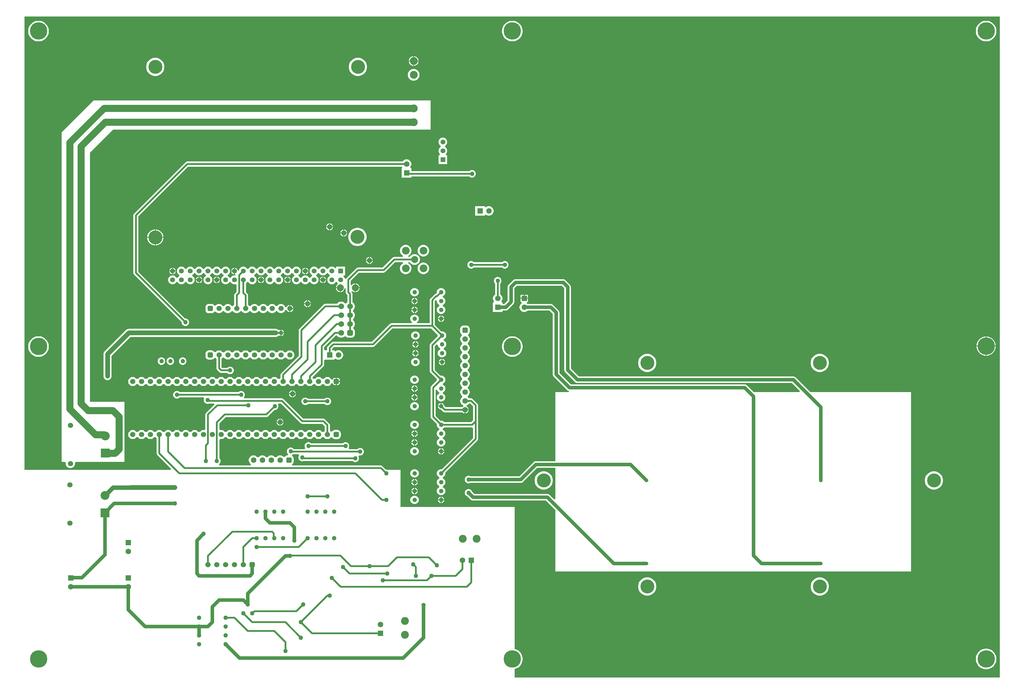
<source format=gbl>
%FSTAX23Y23*%
%MOIN*%
%SFA1B1*%

%IPPOS*%
%AMD72*
4,1,8,-0.015700,-0.031500,0.015700,-0.031500,0.031500,-0.015700,0.031500,0.015700,0.015700,0.031500,-0.015700,0.031500,-0.031500,0.015700,-0.031500,-0.015700,-0.015700,-0.031500,0.0*
1,1,0.031496,-0.015700,-0.015700*
1,1,0.031496,0.015700,-0.015700*
1,1,0.031496,0.015700,0.015700*
1,1,0.031496,-0.015700,0.015700*
%
%AMD83*
4,1,8,-0.032500,0.016200,-0.032500,-0.016200,-0.016200,-0.032500,0.016200,-0.032500,0.032500,-0.016200,0.032500,0.016200,0.016200,0.032500,-0.016200,0.032500,-0.032500,0.016200,0.0*
1,1,0.032480,-0.016200,0.016200*
1,1,0.032480,-0.016200,-0.016200*
1,1,0.032480,0.016200,-0.016200*
1,1,0.032480,0.016200,0.016200*
%
%AMD84*
4,1,8,0.031500,-0.015700,0.031500,0.015700,0.015700,0.031500,-0.015700,0.031500,-0.031500,0.015700,-0.031500,-0.015700,-0.015700,-0.031500,0.015700,-0.031500,0.031500,-0.015700,0.0*
1,1,0.031496,0.015700,-0.015700*
1,1,0.031496,0.015700,0.015700*
1,1,0.031496,-0.015700,0.015700*
1,1,0.031496,-0.015700,-0.015700*
%
%AMD86*
4,1,8,-0.015000,-0.029900,0.015000,-0.029900,0.029900,-0.015000,0.029900,0.015000,0.015000,0.029900,-0.015000,0.029900,-0.029900,0.015000,-0.029900,-0.015000,-0.015000,-0.029900,0.0*
1,1,0.029921,-0.015000,-0.015000*
1,1,0.029921,0.015000,-0.015000*
1,1,0.029921,0.015000,0.015000*
1,1,0.029921,-0.015000,0.015000*
%
%ADD14C,0.020000*%
%ADD43R,0.055000X0.055000*%
%ADD44C,0.055000*%
%ADD53C,0.089000*%
%ADD57C,0.079000*%
%ADD58C,0.087000*%
%ADD68C,0.039370*%
%ADD69C,0.078740*%
%ADD71C,0.062992*%
G04~CAMADD=72~8~0.0~0.0~629.9~629.9~157.5~0.0~15~0.0~0.0~0.0~0.0~0~0.0~0.0~0.0~0.0~0~0.0~0.0~0.0~180.0~630.0~630.0*
%ADD72D72*%
%ADD73C,0.063189*%
%ADD74R,0.063189X0.063189*%
%ADD75C,0.157480*%
%ADD76C,0.040000*%
%ADD77R,0.100393X0.100393*%
%ADD78C,0.100393*%
%ADD79C,0.059370*%
%ADD80R,0.063189X0.063189*%
%ADD81C,0.051181*%
%ADD82C,0.064960*%
G04~CAMADD=83~8~0.0~0.0~649.6~649.6~162.4~0.0~15~0.0~0.0~0.0~0.0~0~0.0~0.0~0.0~0.0~0~0.0~0.0~0.0~90.0~650.0~650.0*
%ADD83D83*%
G04~CAMADD=84~8~0.0~0.0~629.9~629.9~157.5~0.0~15~0.0~0.0~0.0~0.0~0~0.0~0.0~0.0~0.0~0~0.0~0.0~0.0~270.0~630.0~630.0*
%ADD84D84*%
%ADD85C,0.059842*%
G04~CAMADD=86~8~0.0~0.0~598.4~598.4~149.6~0.0~15~0.0~0.0~0.0~0.0~0~0.0~0.0~0.0~0.0~0~0.0~0.0~0.0~180.0~598.0~598.0*
%ADD86D86*%
%ADD87C,0.054724*%
%ADD88R,0.054724X0.054724*%
%ADD89C,0.050000*%
%ADD90C,0.059055*%
%ADD91C,0.078740*%
%ADD92C,0.196850*%
%ADD93C,0.051181*%
%ADD94C,0.054724*%
%LNmain-1*%
%LPD*%
G36*
X0312Y0288D02*
X0312D01*
X03125Y02875*
X03132Y02872*
X0314Y02871*
X03368*
X03396Y02843*
Y02793*
X03393Y02791*
X03383Y02781*
X03382Y02779*
X03367*
X03366Y02781*
X03356Y02791*
X03344Y02798*
X03331Y02801*
X03318*
X03305Y02798*
X03293Y02791*
X03283Y02781*
X03282Y02779*
X03267*
X03266Y02781*
X03256Y02791*
X03244Y02798*
X03231Y02801*
X03218*
X03205Y02798*
X03193Y02791*
X03183Y02781*
X03182Y02779*
X03167*
X03166Y02781*
X03156Y02791*
X03144Y02798*
X03131Y02801*
X03118*
X03105Y02798*
X03093Y02791*
X03083Y02781*
X03082Y02779*
X03067*
X03066Y02781*
X03056Y02791*
X03044Y02798*
X03031Y02801*
X03018*
X03005Y02798*
X02993Y02791*
X02983Y02781*
X02982Y02779*
X02967*
X02966Y02781*
X02956Y02791*
X02944Y02798*
X02931Y02801*
X02918*
X02905Y02798*
X02893Y02791*
X02883Y02781*
X02882Y02779*
X02867*
X02866Y02781*
X02856Y02791*
X02844Y02798*
X02831Y02801*
X02818*
X02805Y02798*
X02793Y02791*
X02783Y02781*
X02782Y02779*
X02767*
X02766Y02781*
X02756Y02791*
X02744Y02798*
X02731Y02801*
X02718*
X02705Y02798*
X02693Y02791*
X02683Y02781*
X02682Y02779*
X02667*
X02666Y02781*
X02656Y02791*
X02644Y02798*
X02631Y02801*
X02618*
X02605Y02798*
X02593Y02791*
X02583Y02781*
X02582Y02779*
X02567*
X02566Y02781*
X02556Y02791*
X02544Y02798*
X02531Y02801*
X02518*
X02505Y02798*
X02493Y02791*
X02483Y02781*
X02482Y02779*
X02467*
X02466Y02781*
X02456Y02791*
X02444Y02798*
X02431Y02801*
X02418*
X02405Y02798*
X02393Y02791*
X02383Y02781*
X02382Y02779*
X02367*
X02366Y02781*
X02356Y02791*
X02344Y02798*
X02331Y02801*
X02318*
X02305Y02798*
X02293Y02791*
X02283Y02781*
X02282Y02779*
X02267*
X02266Y02781*
X02256Y02791*
X02244Y02798*
X02231Y02801*
X02218*
X02215Y02801*
X02203Y02811*
Y02873*
X02276Y02946*
X02735*
X02742Y02947*
X02749Y0295*
X02754Y02955*
X02826Y03027*
X02835*
X02846Y0303*
X02856Y03035*
X02864Y03043*
X02869Y03053*
X02872Y03064*
Y03075*
X02869Y03086*
X02868Y03089*
X02875Y03101*
X02898*
X0312Y0288*
G37*
G36*
X11023Y00003D02*
X1102Y0D01*
X0554*
Y00096*
X05542Y00096*
X05559Y00102*
X05575Y0011*
X0559Y00121*
X05603Y00134*
X05614Y00149*
X05622Y00165*
X05628Y00182*
X05631Y002*
Y00219*
X05628Y00237*
X05622Y00254*
X05614Y0027*
X05603Y00285*
X0559Y00298*
X05575Y00309*
X05559Y00317*
X05542Y00323*
X0554Y00323*
Y0193*
X0425*
Y0235*
X04106*
X04095Y02352*
X04086*
X04049Y02389*
X04044Y02394*
X04037Y02397*
X0403Y02398*
X03026*
X03023Y0241*
X03024Y02411*
X03032Y02417*
X03038Y02425*
X03042Y02434*
X03043Y02444*
Y02475*
X03042Y02485*
X03038Y02494*
X03032Y02502*
X03026Y02506*
X03026Y02515*
X03028Y02521*
X03036Y02525*
X03037Y02526*
X03098*
X03101Y02521*
X03104Y02514*
X031Y02506*
X03097Y02495*
Y02484*
X031Y02473*
X03105Y02463*
X03113Y02455*
X03123Y0245*
X03134Y02447*
X03145*
X03156Y0245*
X03161Y02452*
X03166Y02451*
X03707*
X03713Y02445*
X03723Y0244*
X03734Y02437*
X03745*
X03756Y0244*
X03766Y02445*
X03774Y02453*
X03779Y02463*
X03782Y02474*
Y02485*
X03779Y02496*
X03776Y02502*
X03784Y02513*
X03789Y02512*
X038*
X03811Y02515*
X03821Y0252*
X03829Y02528*
X03834Y02538*
X03837Y02549*
Y0256*
X03834Y02571*
X03829Y02581*
X03821Y02589*
X03811Y02594*
X038Y02597*
X03789*
X03778Y02594*
X03768Y02589*
X03762Y02583*
X03671*
X03668Y02588*
X03665Y02595*
X03669Y02603*
X03672Y02614*
Y02625*
X03669Y02636*
X03664Y02646*
X03656Y02654*
X03646Y02659*
X03635Y02662*
X03624*
X03613Y02659*
X03603Y02654*
X03597Y02648*
X03242*
X03236Y02654*
X03226Y02659*
X03215Y02662*
X03204*
X03193Y02659*
X03183Y02654*
X03175Y02646*
X0317Y02636*
X03167Y02625*
Y02614*
X0317Y02603*
X03174Y02595*
X03171Y02588*
X03168Y02583*
X03046*
X03044Y02586*
X03036Y02594*
X03026Y02599*
X03015Y02602*
X03004*
X02993Y02599*
X02983Y02594*
X02975Y02586*
X0297Y02576*
X02967Y02565*
Y02554*
X0297Y02543*
X02975Y02533*
X02982Y02526*
X02982Y02522*
X02978Y02513*
X02974*
X02964Y02512*
X02955Y02508*
X02947Y02502*
X02944Y02498*
X02942Y02497*
X02932Y02496*
X02928Y02496*
X02922Y02502*
X0291Y02509*
X02897Y02513*
X02882*
X02869Y02509*
X02857Y02502*
X02847Y02492*
X02832*
X02822Y02502*
X0281Y02509*
X02797Y02513*
X02782*
X02769Y02509*
X02757Y02502*
X02747Y02492*
X02732*
X02722Y02502*
X0271Y02509*
X02697Y02513*
X02682*
X02669Y02509*
X02657Y02502*
X02647Y02492*
X02632*
X02622Y02502*
X0261Y02509*
X02597Y02513*
X02582*
X02569Y02509*
X02557Y02502*
X02547Y02492*
X0254Y0248*
X02536Y02467*
Y02452*
X0254Y02439*
X02547Y02427*
X02557Y02417*
X02558Y02416*
X02562Y02399*
X02561Y02398*
X02201*
X022Y024*
X02201Y02415*
X02209Y02423*
X02214Y02433*
X02217Y02444*
Y02455*
X02214Y02466*
X02209Y02476*
X02203Y02482*
Y02688*
X02215Y02698*
X02218Y02698*
X02231*
X02244Y02701*
X02256Y02708*
X02266Y02718*
X02267Y0272*
X02282*
X02283Y02718*
X02293Y02708*
X02305Y02701*
X02318Y02698*
X02331*
X02344Y02701*
X02356Y02708*
X02366Y02718*
X02367Y0272*
X02382*
X02383Y02718*
X02393Y02708*
X02405Y02701*
X02418Y02698*
X02431*
X02444Y02701*
X02456Y02708*
X02466Y02718*
X02467Y0272*
X02482*
X02483Y02718*
X02493Y02708*
X02505Y02701*
X02518Y02698*
X02531*
X02544Y02701*
X02556Y02708*
X02566Y02718*
X02567Y0272*
X02582*
X02583Y02718*
X02593Y02708*
X02605Y02701*
X02618Y02698*
X02631*
X02644Y02701*
X02656Y02708*
X02666Y02718*
X02667Y0272*
X02682*
X02683Y02718*
X02693Y02708*
X02705Y02701*
X02718Y02698*
X02731*
X02744Y02701*
X02756Y02708*
X02766Y02718*
X02767Y0272*
X02782*
X02783Y02718*
X02793Y02708*
X02805Y02701*
X02818Y02698*
X02831*
X02844Y02701*
X02856Y02708*
X02866Y02718*
X02867Y0272*
X02882*
X02883Y02718*
X02893Y02708*
X02905Y02701*
X02918Y02698*
X02931*
X02944Y02701*
X02956Y02708*
X02966Y02718*
X02967Y0272*
X02982*
X02983Y02718*
X02993Y02708*
X03005Y02701*
X03018Y02698*
X03031*
X03044Y02701*
X03056Y02708*
X03066Y02718*
X03067Y0272*
X03082*
X03083Y02718*
X03093Y02708*
X03105Y02701*
X03118Y02698*
X03131*
X03144Y02701*
X03156Y02708*
X03166Y02718*
X03167Y0272*
X03182*
X03183Y02718*
X03193Y02708*
X03205Y02701*
X03218Y02698*
X03231*
X03244Y02701*
X03256Y02708*
X03266Y02718*
X03267Y0272*
X03282*
X03283Y02718*
X03293Y02708*
X03305Y02701*
X03318Y02698*
X03331*
X03344Y02701*
X03356Y02708*
X03366Y02718*
X03367Y0272*
X03382*
X03383Y02718*
X03393Y02708*
X03405Y02701*
X03418Y02698*
X03431*
X03444Y02701*
X03456Y02708*
X03464Y02716*
X03473Y02716*
X03479Y02714*
X03483Y02708*
X03491Y02702*
X035Y02699*
X0351Y02697*
X03539*
X03549Y02699*
X03558Y02702*
X03566Y02708*
X03572Y02716*
X03575Y02725*
X03577Y02735*
Y02764*
X03575Y02774*
X03572Y02783*
X03566Y02791*
X03558Y02797*
X03549Y028*
X03539Y02802*
X0351*
X035Y028*
X03491Y02797*
X03483Y02791*
X03479Y02785*
X03473Y02783*
X03464Y02783*
X03456Y02791*
X03453Y02793*
Y02855*
X03452Y02862*
X03449Y02869*
X03444Y02874*
Y02874*
X03399Y02919*
X03394Y02924*
X03387Y02927*
X0338Y02928*
X03151*
X02929Y03149*
X02924Y03154*
X02917Y03157*
X0291Y03158*
X02486*
X02481Y0317*
X02484Y03173*
X02489Y03183*
X02492Y03194*
Y03205*
X02489Y03216*
X02484Y03226*
X02476Y03234*
X02466Y03239*
X02455Y03242*
X02444*
X02433Y03239*
X02423Y03234*
X02417Y03228*
X01757*
X01751Y03234*
X01741Y03239*
X0173Y03242*
X01719*
X01708Y03239*
X01698Y03234*
X0169Y03226*
X01685Y03216*
X01682Y03205*
Y03194*
X01685Y03183*
X0169Y03173*
X01698Y03165*
X01708Y0316*
X01719Y03157*
X0173*
X01741Y0316*
X01751Y03165*
X01757Y03171*
X02024*
X02031Y03159*
X0203Y03156*
X02027Y03145*
Y03134*
X0203Y03123*
X02035Y03113*
X02043Y03105*
X02053Y031*
X02064Y03097*
X02075*
X02086Y031*
X02089Y03101*
X02143*
X02149Y03089*
X02055Y02994*
X0205Y02989*
X02047Y02982*
X02046Y02975*
Y02811*
X02034Y02801*
X02031Y02801*
X02018*
X02005Y02798*
X01993Y02791*
X01983Y02781*
X01982Y02779*
X01967*
X01966Y02781*
X01956Y02791*
X01944Y02798*
X01931Y02801*
X01918*
X01905Y02798*
X01893Y02791*
X01883Y02781*
X01882Y02779*
X01867*
X01866Y02781*
X01856Y02791*
X01844Y02798*
X01831Y02801*
X01818*
X01805Y02798*
X01793Y02791*
X01783Y02781*
X01782Y02779*
X01767*
X01766Y02781*
X01756Y02791*
X01744Y02798*
X01731Y02801*
X01718*
X01705Y02798*
X01693Y02791*
X01683Y02781*
X01682Y02779*
X01667*
X01666Y02781*
X01656Y02791*
X01644Y02798*
X01631Y02801*
X01618*
X01605Y02798*
X01593Y02791*
X01583Y02781*
X01582Y02779*
X01567*
X01566Y02781*
X01556Y02791*
X01544Y02798*
X01531Y02801*
X01518*
X01505Y02798*
X01493Y02791*
X01483Y02781*
X01482Y02779*
X01467*
X01466Y02781*
X01456Y02791*
X01444Y02798*
X01431Y02801*
X01418*
X01405Y02798*
X01393Y02791*
X01383Y02781*
X01382Y02779*
X01367*
X01366Y02781*
X01356Y02791*
X01344Y02798*
X01331Y02801*
X01318*
X01305Y02798*
X01293Y02791*
X01283Y02781*
X01282Y02779*
X01267*
X01266Y02781*
X01256Y02791*
X01244Y02798*
X01231Y02801*
X01218*
X01205Y02798*
X01193Y02791*
X01183Y02781*
X01176Y02769*
X01173Y02756*
Y02743*
X01176Y0273*
X01183Y02718*
X01193Y02708*
X01205Y02701*
X01218Y02698*
X01231*
X01244Y02701*
X01256Y02708*
X01266Y02718*
X01267Y0272*
X01282*
X01283Y02718*
X01293Y02708*
X01305Y02701*
X01318Y02698*
X01331*
X01344Y02701*
X01356Y02708*
X01366Y02718*
X01367Y0272*
X01382*
X01383Y02718*
X01393Y02708*
X01405Y02701*
X01418Y02698*
X01431*
X01444Y02701*
X01456Y02708*
X01466Y02718*
X01467Y0272*
X01482*
X01483Y02718*
X01493Y02708*
X01496Y02706*
Y02535*
X01497Y02527*
X015Y0252*
X01505Y02515*
X01658Y02361*
X01653Y0235*
X0*
Y0748*
X11023*
Y00003*
G37*
%LNmain-2*%
%LPC*%
G36*
X02895Y02929D02*
X02895D01*
Y02895*
X02929*
Y02895*
X02926Y02905*
X02921Y02914*
X02914Y02921*
X02905Y02926*
X02895Y02929*
G37*
G36*
X02885D02*
X02884D01*
X02874Y02926*
X02865Y02921*
X02858Y02914*
X02853Y02905*
X0285Y02895*
Y02895*
X02885*
Y02929*
G37*
G36*
X02929Y02885D02*
X02895D01*
Y0285*
X02895*
X02905Y02853*
X02914Y02858*
X02921Y02865*
X02926Y02874*
X02929Y02884*
Y02885*
G37*
G36*
X02885D02*
X0285D01*
Y02884*
X02853Y02874*
X02858Y02865*
X02865Y02858*
X02874Y02853*
X02884Y0285*
X02885*
Y02885*
G37*
G36*
X10879Y07431D02*
X1086D01*
X10842Y07428*
X10825Y07422*
X10809Y07414*
X10794Y07403*
X10781Y0739*
X1077Y07375*
X10762Y07359*
X10756Y07342*
X10753Y07324*
Y07305*
X10756Y07287*
X10762Y0727*
X1077Y07254*
X10781Y07239*
X10794Y07226*
X10809Y07215*
X10825Y07207*
X10842Y07201*
X1086Y07198*
X10879*
X10897Y07201*
X10914Y07207*
X1093Y07215*
X10945Y07226*
X10958Y07239*
X10969Y07254*
X10977Y0727*
X10983Y07287*
X10986Y07305*
Y07324*
X10983Y07342*
X10977Y07359*
X10969Y07375*
X10958Y0739*
X10945Y07403*
X1093Y07414*
X10914Y07422*
X10897Y07428*
X10879Y07431*
G37*
G36*
X05524D02*
X05505D01*
X05487Y07428*
X0547Y07422*
X05454Y07414*
X05439Y07403*
X05426Y0739*
X05415Y07375*
X05407Y07359*
X05401Y07342*
X05398Y07324*
Y07305*
X05401Y07287*
X05407Y0727*
X05415Y07254*
X05426Y07239*
X05439Y07226*
X05454Y07215*
X0547Y07207*
X05487Y07201*
X05505Y07198*
X05524*
X05542Y07201*
X05559Y07207*
X05575Y07215*
X0559Y07226*
X05603Y07239*
X05614Y07254*
X05622Y0727*
X05628Y07287*
X05631Y07305*
Y07324*
X05628Y07342*
X05622Y07359*
X05614Y07375*
X05603Y0739*
X0559Y07403*
X05575Y07414*
X05559Y07422*
X05542Y07428*
X05524Y07431*
G37*
G36*
X00169D02*
X0015D01*
X00132Y07428*
X00115Y07422*
X00099Y07414*
X00084Y07403*
X00071Y0739*
X0006Y07375*
X00052Y07359*
X00046Y07342*
X00043Y07324*
Y07305*
X00046Y07287*
X00052Y0727*
X0006Y07254*
X00071Y07239*
X00084Y07226*
X00099Y07215*
X00115Y07207*
X00132Y07201*
X0015Y07198*
X00169*
X00187Y07201*
X00204Y07207*
X0022Y07215*
X00235Y07226*
X00248Y07239*
X00259Y07254*
X00267Y0727*
X00273Y07287*
X00276Y07305*
Y07324*
X00273Y07342*
X00267Y07359*
X00259Y07375*
X00248Y0739*
X00235Y07403*
X0022Y07414*
X00204Y07422*
X00187Y07428*
X00169Y07431*
G37*
G36*
X04407Y0703D02*
X04405D01*
Y0698*
X04454*
Y06983*
X0445Y06996*
X04443Y07009*
X04433Y07019*
X04421Y07026*
X04407Y0703*
G37*
G36*
X04395D02*
X04392D01*
X04378Y07026*
X04366Y07019*
X04356Y07009*
X04349Y06996*
X04345Y06983*
Y0698*
X04395*
Y0703*
G37*
G36*
X04454Y0697D02*
X04405D01*
Y06921*
X04407*
X04421Y06925*
X04433Y06932*
X04443Y06942*
X0445Y06954*
X04454Y06968*
Y0697*
G37*
G36*
X04395D02*
X04345D01*
Y06968*
X04349Y06954*
X04356Y06942*
X04366Y06932*
X04378Y06925*
X04392Y06921*
X04395*
Y0697*
G37*
G36*
X0378Y07012D02*
X03759D01*
X0374Y07008*
X03721Y07*
X03704Y06989*
X0369Y06975*
X03679Y06958*
X03671Y06939*
X03667Y0692*
Y06899*
X03671Y0688*
X03679Y06861*
X0369Y06844*
X03704Y0683*
X03721Y06819*
X0374Y06811*
X03759Y06807*
X0378*
X03799Y06811*
X03818Y06819*
X03835Y0683*
X03849Y06844*
X0386Y06861*
X03868Y0688*
X03872Y06899*
Y0692*
X03868Y06939*
X0386Y06958*
X03849Y06975*
X03835Y06989*
X03818Y07*
X03799Y07008*
X0378Y07012*
G37*
G36*
X0149D02*
X01469D01*
X0145Y07008*
X01431Y07*
X01414Y06989*
X014Y06975*
X01389Y06958*
X01381Y06939*
X01377Y0692*
Y06899*
X01381Y0688*
X01389Y06861*
X014Y06844*
X01414Y0683*
X01431Y06819*
X0145Y06811*
X01469Y06807*
X0149*
X01509Y06811*
X01528Y06819*
X01545Y0683*
X01559Y06844*
X0157Y06861*
X01578Y0688*
X01582Y06899*
Y0692*
X01578Y06939*
X0157Y06958*
X01559Y06975*
X01545Y06989*
X01528Y07*
X01509Y07008*
X0149Y07012*
G37*
G36*
X04406Y06886D02*
X04393D01*
X0438Y06883*
X04368Y06878*
X04357Y06871*
X04348Y06862*
X04341Y06851*
X04336Y06839*
X04333Y06826*
Y06813*
X04336Y068*
X04341Y06788*
X04348Y06777*
X04357Y06768*
X04368Y06761*
X0438Y06756*
X04393Y06753*
X04406*
X04419Y06756*
X04431Y06761*
X04442Y06768*
X04451Y06777*
X04458Y06788*
X04463Y068*
X04466Y06813*
Y06826*
X04463Y06839*
X04458Y06851*
X04451Y06862*
X04442Y06871*
X04431Y06878*
X04419Y06883*
X04406Y06886*
G37*
G36*
X04327Y05863D02*
X04312D01*
X04299Y05859*
X04287Y05852*
X04277Y05842*
X04274Y05838*
X0184*
X01832Y05837*
X01825Y05834*
X0182Y05829*
X0124Y05249*
X01235Y05244*
X01232Y05237*
X01231Y0523*
Y0458*
X01232Y04572*
X01235Y04565*
X0124Y0456*
X01777Y04023*
Y04014*
X0178Y04003*
X01785Y03993*
X01793Y03985*
X01803Y0398*
X01814Y03977*
X01825*
X01836Y0398*
X01846Y03985*
X01854Y03993*
X01859Y04003*
X01862Y04014*
Y04025*
X01859Y04036*
X01854Y04046*
X01846Y04054*
X01836Y04059*
X01825Y04062*
X01816*
X01288Y04591*
Y05218*
X01851Y05781*
X04266*
X0427Y05776*
X04266Y05763*
Y05656*
X04373*
Y05671*
X05027*
X05033Y05665*
X05043Y0566*
X05054Y05657*
X05065*
X05076Y0566*
X05086Y05665*
X05094Y05673*
X05099Y05683*
X05102Y05694*
Y05705*
X05099Y05716*
X05094Y05726*
X05086Y05734*
X05076Y05739*
X05065Y05742*
X05054*
X05043Y05739*
X05033Y05734*
X05027Y05728*
X04373*
Y05763*
X04367*
X04361Y05776*
X04362Y05777*
X04369Y05789*
X04373Y05802*
Y05817*
X04369Y0583*
X04362Y05842*
X04352Y05852*
X0434Y05859*
X04327Y05863*
G37*
G36*
X04736Y06109D02*
X04723D01*
X0471Y06105*
X04699Y06099*
X0469Y0609*
X04684Y06079*
X0468Y06066*
Y06053*
X04684Y0604*
X0469Y06029*
X04699Y0602*
X04705Y06017*
Y06002*
X04699Y05999*
X0469Y0599*
X04684Y05979*
X0468Y05966*
Y05953*
X04684Y0594*
X0469Y05929*
X04698Y05922*
X04696Y05915*
X04693Y05909*
X0468*
Y0581*
X04779*
Y05909*
X04766*
X04763Y05915*
X04761Y05922*
X04769Y05929*
X04775Y0594*
X04779Y05953*
Y05966*
X04775Y05979*
X04769Y0599*
X0476Y05999*
X04754Y06002*
Y06017*
X0476Y0602*
X04769Y06029*
X04775Y0604*
X04779Y06053*
Y06066*
X04775Y06079*
X04769Y0609*
X0476Y06099*
X04749Y06105*
X04736Y06109*
G37*
G36*
X05257Y05333D02*
X05242D01*
X05229Y05329*
X05217Y05322*
X05216Y05321*
X05203Y05327*
Y05333*
X05096*
Y05226*
X05203*
Y05232*
X05216Y05238*
X05217Y05237*
X05229Y0523*
X05242Y05226*
X05257*
X0527Y0523*
X05282Y05237*
X05292Y05247*
X05299Y05259*
X05303Y05272*
Y05287*
X05299Y053*
X05292Y05312*
X05282Y05322*
X0527Y05329*
X05257Y05333*
G37*
G36*
X03455Y05139D02*
X03455D01*
Y05105*
X03489*
Y05105*
X03486Y05115*
X03481Y05124*
X03474Y05131*
X03465Y05136*
X03455Y05139*
G37*
G36*
X03445D02*
X03444D01*
X03434Y05136*
X03425Y05131*
X03418Y05124*
X03413Y05115*
X0341Y05105*
Y05105*
X03445*
Y05139*
G37*
G36*
X03489Y05095D02*
X03455D01*
Y0506*
X03455*
X03465Y05063*
X03474Y05068*
X03481Y05075*
X03486Y05084*
X03489Y05094*
Y05095*
G37*
G36*
X03445D02*
X0341D01*
Y05094*
X03413Y05084*
X03418Y05075*
X03425Y05068*
X03434Y05063*
X03444Y0506*
X03445*
Y05095*
G37*
G36*
X03615Y05069D02*
X03615D01*
Y05035*
X03649*
Y05035*
X03646Y05045*
X03641Y05054*
X03634Y05061*
X03625Y05066*
X03615Y05069*
G37*
G36*
X03605D02*
X03604D01*
X03594Y05066*
X03585Y05061*
X03578Y05054*
X03573Y05045*
X0357Y05035*
Y05035*
X03605*
Y05069*
G37*
G36*
X03649Y05025D02*
X03615D01*
Y0499*
X03615*
X03625Y04993*
X03634Y04998*
X03641Y05005*
X03646Y05014*
X03649Y05024*
Y05025*
G37*
G36*
X03605D02*
X0357D01*
Y05024*
X03573Y05014*
X03578Y05005*
X03585Y04998*
X03594Y04993*
X03604Y0499*
X03605*
Y05025*
G37*
G36*
X01488Y0507D02*
X01485D01*
Y04985*
X0157*
Y04988*
X01567Y05006*
X0156Y05022*
X0155Y05037*
X01537Y0505*
X01522Y0506*
X01506Y05067*
X01488Y0507*
G37*
G36*
X01475D02*
X01471D01*
X01453Y05067*
X01437Y0506*
X01422Y0505*
X01409Y05037*
X01399Y05022*
X01392Y05006*
X01389Y04988*
Y04985*
X01475*
Y0507*
G37*
G36*
X0157Y04975D02*
X01485D01*
Y04889*
X01488*
X01506Y04892*
X01522Y04899*
X01537Y04909*
X0155Y04922*
X0156Y04937*
X01567Y04953*
X0157Y04971*
Y04975*
G37*
G36*
X01475D02*
X01389D01*
Y04971*
X01392Y04953*
X01399Y04937*
X01409Y04922*
X01422Y04909*
X01437Y04899*
X01453Y04892*
X01471Y04889*
X01475*
Y04975*
G37*
G36*
X03775Y05088D02*
X03754D01*
X03735Y05084*
X03716Y05076*
X03699Y05065*
X03685Y0505*
X03674Y05034*
X03666Y05015*
X03662Y04995*
Y04975*
X03666Y04955*
X03674Y04937*
X03685Y0492*
X03699Y04906*
X03716Y04894*
X03735Y04887*
X03754Y04883*
X03775*
X03794Y04887*
X03813Y04894*
X0383Y04906*
X03844Y0492*
X03855Y04937*
X03863Y04955*
X03867Y04975*
Y04995*
X03863Y05015*
X03855Y05034*
X03844Y0505*
X0383Y05065*
X03813Y05076*
X03794Y05084*
X03775Y05088*
G37*
G36*
X04516Y04895D02*
X04503D01*
X0449Y04892*
X04479Y04887*
X04468Y0488*
X04459Y04871*
X04452Y0486*
X04447Y04849*
X04444Y04836*
Y04823*
X04447Y0481*
X04452Y04799*
X04459Y04788*
X04468Y04779*
X04479Y04772*
X0449Y04767*
X04503Y04764*
X04516*
X04529Y04767*
X0454Y04772*
X04551Y04779*
X0456Y04788*
X04567Y04799*
X04572Y0481*
X04575Y04823*
Y04836*
X04572Y04849*
X04567Y0486*
X0456Y04871*
X04551Y0488*
X0454Y04887*
X04529Y04892*
X04516Y04895*
G37*
G36*
X03905Y04759D02*
X03905D01*
Y04725*
X03939*
Y04725*
X03936Y04735*
X03931Y04744*
X03924Y04751*
X03915Y04756*
X03905Y04759*
G37*
G36*
X03895D02*
X03894D01*
X03884Y04756*
X03875Y04751*
X03868Y04744*
X03863Y04735*
X0386Y04725*
Y04725*
X03895*
Y04759*
G37*
G36*
X05435Y04712D02*
X05424D01*
X05413Y04709*
X05403Y04704*
X05397Y04698*
X05082*
X05076Y04704*
X05066Y04709*
X05055Y04712*
X05044*
X05033Y04709*
X05023Y04704*
X05015Y04696*
X0501Y04686*
X05007Y04675*
Y04664*
X0501Y04653*
X05015Y04643*
X05023Y04635*
X05033Y0463*
X05044Y04627*
X05055*
X05066Y0463*
X05076Y04635*
X05082Y04641*
X05397*
X05403Y04635*
X05413Y0463*
X05424Y04627*
X05435*
X05446Y0463*
X05456Y04635*
X05464Y04643*
X05469Y04653*
X05472Y04664*
Y04675*
X05469Y04686*
X05464Y04696*
X05456Y04704*
X05446Y04709*
X05435Y04712*
G37*
G36*
X03939Y04715D02*
X03905D01*
Y0468*
X03905*
X03915Y04683*
X03924Y04688*
X03931Y04695*
X03936Y04704*
X03939Y04714*
Y04715*
G37*
G36*
X03895D02*
X0386D01*
Y04714*
X03863Y04704*
X03868Y04695*
X03875Y04688*
X03884Y04683*
X03894Y0468*
X03895*
Y04715*
G37*
G36*
X04316Y04895D02*
X04303D01*
X0429Y04892*
X04279Y04887*
X04268Y0488*
X04259Y04871*
X04252Y0486*
X04247Y04849*
X04244Y04836*
Y04823*
X04247Y0481*
X04252Y04799*
X04259Y04788*
X04268Y04779*
X04279Y04772*
X04281Y0477*
X04279Y04758*
X0418*
X04172Y04757*
X04165Y04754*
X0416Y04749*
X0416*
X04048Y04638*
X0377*
X03762Y04637*
X03755Y04634*
X0375Y04629*
X0375Y04629*
X0364Y04519*
X03635Y04514*
X03635Y04513*
X03621Y04514*
X0362Y04518*
X03614Y0453*
X03606Y04537*
X03607Y04543*
X03611Y0455*
X03624*
Y04649*
X03525*
Y04636*
X03518Y04632*
X03512Y04631*
X03505Y04639*
X03493Y04645*
X03481Y04649*
X03468*
X03456Y04645*
X03444Y04639*
X03435Y0463*
X03432Y04624*
X03417*
X03414Y0463*
X03405Y04639*
X03393Y04645*
X03381Y04649*
X03368*
X03356Y04645*
X03344Y04639*
X03335Y0463*
X03332Y04624*
X03317*
X03314Y0463*
X03305Y04639*
X03293Y04645*
X03281Y04649*
X03268*
X03256Y04645*
X03244Y04639*
X03235Y0463*
X03229Y04618*
X03225Y04606*
Y04593*
X03229Y04581*
X03235Y04569*
X03244Y0456*
X0325Y04557*
Y04542*
X03244Y04539*
X03235Y0453*
X03232Y04524*
X03217*
X03214Y0453*
X03205Y04539*
X03193Y04545*
X03181Y04549*
X03168*
X03156Y04545*
X03144Y04539*
X03135Y0453*
X03132Y04524*
X03117*
X03114Y0453*
X03105Y04539*
X03099Y04542*
Y04557*
X03105Y0456*
X03114Y04569*
X0312Y04581*
X03124Y04593*
Y04606*
X0312Y04618*
X03114Y0463*
X03105Y04639*
X03093Y04645*
X03081Y04649*
X03068*
X03056Y04645*
X03044Y04639*
X03035Y0463*
X03032Y04624*
X03017*
X03014Y0463*
X03005Y04639*
X02993Y04645*
X02981Y04649*
X02968*
X02956Y04645*
X02944Y04639*
X02935Y0463*
X02932Y04624*
X02917*
X02914Y0463*
X02905Y04639*
X02893Y04645*
X02881Y04649*
X02868*
X02856Y04645*
X02844Y04639*
X02835Y0463*
X02832Y04624*
X02817*
X02814Y0463*
X02805Y04639*
X02793Y04645*
X02781Y04649*
X02768*
X02756Y04645*
X02744Y04639*
X02735Y0463*
X02732Y04624*
X02717*
X02714Y0463*
X02705Y04639*
X02693Y04645*
X02681Y04649*
X02668*
X02656Y04645*
X02644Y04639*
X02635Y0463*
X02632Y04624*
X02617*
X02614Y0463*
X02605Y04639*
X02593Y04645*
X02581Y04649*
X02568*
X02556Y04645*
X02544Y04639*
X02535Y0463*
X02532Y04624*
X02517*
X02514Y0463*
X02505Y04639*
X02493Y04645*
X02481Y04649*
X02468*
X02456Y04645*
X02444Y04639*
X02435Y0463*
X02429Y04618*
X02425Y04606*
Y04602*
X02425Y04602*
X0242Y04603*
X02411Y04608*
X02409Y04614*
X02404Y04622*
X02397Y04629*
X02389Y04634*
X0238Y04637*
Y046*
Y04562*
X02381Y04563*
X02385Y0456*
X02388Y04555*
X02388Y04554*
X02381Y04549*
X02381Y04549*
X02368*
X02356Y04545*
X02344Y04539*
X02335Y0453*
X02332Y04524*
X02317*
X02314Y0453*
X02305Y04539*
X02299Y04542*
Y04557*
X02305Y0456*
X02314Y04569*
X0232Y04581*
X02324Y04593*
Y04606*
X0232Y04618*
X02314Y0463*
X02305Y04639*
X02293Y04645*
X02281Y04649*
X02268*
X02256Y04645*
X02244Y04639*
X02235Y0463*
X02232Y04624*
X02217*
X02214Y0463*
X02205Y04639*
X02193Y04645*
X02181Y04649*
X02168*
X02156Y04645*
X02144Y04639*
X02135Y0463*
X02132Y04624*
X02117*
X02114Y0463*
X02105Y04639*
X02093Y04645*
X02081Y04649*
X02068*
X02056Y04645*
X02044Y04639*
X02035Y0463*
X02032Y04624*
X02017*
X02014Y0463*
X02005Y04639*
X01993Y04645*
X01981Y04649*
X01968*
X01956Y04645*
X01944Y04639*
X01935Y0463*
X01932Y04624*
X01917*
X01914Y0463*
X01905Y04639*
X01893Y04645*
X01881Y04649*
X01868*
X01856Y04645*
X01844Y04639*
X01835Y0463*
X01832Y04624*
X01817*
X01814Y0463*
X01805Y04639*
X01793Y04645*
X01781Y04649*
X01768*
X01756Y04645*
X01744Y04639*
X01735Y0463*
X01729Y04618*
X01725Y04606*
Y04593*
X01729Y04581*
X01735Y04569*
X01744Y0456*
X0175Y04557*
Y04542*
X01744Y04539*
X01735Y0453*
X01732Y04524*
X01717*
X01714Y0453*
X01705Y04539*
X01693Y04545*
X01681Y04549*
X01668*
X01656Y04545*
X01644Y04539*
X01635Y0453*
X01629Y04518*
X01625Y04506*
Y04493*
X01629Y04481*
X01635Y04469*
X01644Y0446*
X01656Y04454*
X01668Y0445*
X01681*
X01693Y04454*
X01705Y0446*
X01714Y04469*
X01717Y04475*
X01732*
X01735Y04469*
X01744Y0446*
X01756Y04454*
X01768Y0445*
X01781*
X01793Y04454*
X01805Y0446*
X01814Y04469*
X01817Y04475*
X01832*
X01835Y04469*
X01844Y0446*
X01856Y04454*
X01868Y0445*
X01881*
X01893Y04454*
X01905Y0446*
X01914Y04469*
X0192Y04481*
X01924Y04493*
Y04506*
X0192Y04518*
X01914Y0453*
X01905Y04539*
X01899Y04542*
Y04557*
X01905Y0456*
X01914Y04569*
X01917Y04575*
X01932*
X01935Y04569*
X01944Y0456*
X01956Y04554*
X01968Y0455*
X01981*
X01993Y04554*
X02005Y0456*
X02014Y04569*
X02017Y04575*
X02032*
X02035Y04569*
X02044Y0456*
X0205Y04557*
Y04542*
X02044Y04539*
X02035Y0453*
X02029Y04518*
X02025Y04506*
Y04493*
X02029Y04481*
X02035Y04469*
X02044Y0446*
X02056Y04454*
X02068Y0445*
X02081*
X02093Y04454*
X02105Y0446*
X02114Y04469*
X0212Y04481*
X02124Y04493*
Y04506*
X0212Y04518*
X02114Y0453*
X02105Y04539*
X02099Y04542*
Y04557*
X02105Y0456*
X02114Y04569*
X02117Y04575*
X02132*
X02135Y04569*
X02144Y0456*
X02156Y04554*
X02168Y0455*
X02181*
X02193Y04554*
X02205Y0456*
X02214Y04569*
X02217Y04575*
X02232*
X02235Y04569*
X02244Y0456*
X0225Y04557*
Y04542*
X02244Y04539*
X02235Y0453*
X02229Y04518*
X02225Y04506*
Y04493*
X02229Y04481*
X02235Y04469*
X02244Y0446*
X02256Y04454*
X02268Y0445*
X02281*
X02293Y04454*
X02305Y0446*
X02314Y04469*
X02317Y04475*
X02332*
X02335Y04469*
X02344Y0446*
X02356Y04454*
X02368Y0445*
X02381*
X02386Y04452*
X02399Y04443*
Y04364*
X0238Y04344*
X02375Y04339*
X02372Y04332*
X02371Y04325*
Y04218*
X02368Y04216*
X02358Y04206*
X02357Y04204*
X02342*
X02341Y04206*
X02331Y04216*
X02319Y04223*
X02306Y04226*
X02293*
X0228Y04223*
X02268Y04216*
X02258Y04206*
X02257Y04204*
X02242*
X02241Y04206*
X02231Y04216*
X02219Y04223*
X02206Y04226*
X02193*
X0218Y04223*
X02168Y04216*
X0216Y04208*
X02151Y04208*
X02145Y0421*
X02141Y04216*
X02133Y04222*
X02124Y04225*
X02114Y04227*
X02085*
X02075Y04225*
X02066Y04222*
X02058Y04216*
X02052Y04208*
X02049Y04199*
X02047Y04189*
Y0416*
X02049Y0415*
X02052Y04141*
X02058Y04133*
X02066Y04127*
X02075Y04124*
X02085Y04122*
X02114*
X02124Y04124*
X02133Y04127*
X02141Y04133*
X02145Y04139*
X02151Y04141*
X0216Y04141*
X02168Y04133*
X0218Y04126*
X02193Y04123*
X02206*
X02219Y04126*
X02231Y04133*
X02241Y04143*
X02242Y04145*
X02257*
X02258Y04143*
X02268Y04133*
X0228Y04126*
X02293Y04123*
X02306*
X02319Y04126*
X02331Y04133*
X02341Y04143*
X02342Y04145*
X02357*
X02358Y04143*
X02368Y04133*
X0238Y04126*
X02393Y04123*
X02406*
X02419Y04126*
X02431Y04133*
X02441Y04143*
X02442Y04145*
X02457*
X02458Y04143*
X02468Y04133*
X0248Y04126*
X02493Y04123*
X02506*
X02519Y04126*
X02531Y04133*
X02541Y04143*
X02542Y04145*
X02557*
X02558Y04143*
X02568Y04133*
X0258Y04126*
X02593Y04123*
X02606*
X02619Y04126*
X02631Y04133*
X02641Y04143*
X02642Y04145*
X02657*
X02658Y04143*
X02668Y04133*
X0268Y04126*
X02693Y04123*
X02706*
X02719Y04126*
X02731Y04133*
X02741Y04143*
X02742Y04145*
X02757*
X02758Y04143*
X02768Y04133*
X0278Y04126*
X02793Y04123*
X02806*
X02819Y04126*
X02831Y04133*
X02841Y04143*
X02842Y04145*
X02857*
X02858Y04143*
X02868Y04133*
X0288Y04126*
X02893Y04123*
X02906*
X02919Y04126*
X02931Y04133*
X02941Y04143*
X02948Y04155*
X02949Y04159*
X02962*
X02962Y04159*
X02968Y0415*
X02975Y04143*
X02984Y04137*
X02994Y04135*
X02995*
Y04175*
Y04214*
X02994*
X02984Y04212*
X02975Y04206*
X02968Y04199*
X02962Y0419*
X02962Y0419*
X02949*
X02948Y04194*
X02941Y04206*
X02931Y04216*
X02919Y04223*
X02906Y04226*
X02893*
X0288Y04223*
X02868Y04216*
X02858Y04206*
X02857Y04204*
X02842*
X02841Y04206*
X02831Y04216*
X02819Y04223*
X02806Y04226*
X02793*
X0278Y04223*
X02768Y04216*
X02758Y04206*
X02757Y04204*
X02742*
X02741Y04206*
X02731Y04216*
X02719Y04223*
X02706Y04226*
X02693*
X0268Y04223*
X02668Y04216*
X02658Y04206*
X02657Y04204*
X02642*
X02641Y04206*
X02631Y04216*
X02619Y04223*
X02606Y04226*
X02593*
X0258Y04223*
X02568Y04216*
X02558Y04206*
X02557Y04204*
X02542*
X02541Y04206*
X02531Y04216*
X02528Y04218*
Y04325*
X02527Y04332*
X02524Y04339*
X02519Y04344*
X02519Y04344*
X02503Y04361*
Y04459*
X02505Y0446*
X02514Y04469*
X02517Y04475*
X02532*
X02535Y04469*
X02544Y0446*
X02556Y04454*
X02568Y0445*
X02581*
X02593Y04454*
X02605Y0446*
X02614Y04469*
X0262Y04481*
X02624Y04493*
Y04506*
X0262Y04518*
X02614Y0453*
X02605Y04539*
X02599Y04542*
Y04557*
X02605Y0456*
X02614Y04569*
X02617Y04575*
X02632*
X02635Y04569*
X02644Y0456*
X02656Y04554*
X02668Y0455*
X02681*
X02693Y04554*
X02705Y0456*
X02714Y04569*
X02717Y04575*
X02732*
X02735Y04569*
X02744Y0456*
X0275Y04557*
Y04542*
X02744Y04539*
X02735Y0453*
X02729Y04518*
X02725Y04506*
Y04493*
X02729Y04481*
X02735Y04469*
X02744Y0446*
X02756Y04454*
X02768Y0445*
X02781*
X02793Y04454*
X02805Y0446*
X02814Y04469*
X02817Y04475*
X02832*
X02835Y04469*
X02844Y0446*
X02856Y04454*
X02868Y0445*
X02881*
X02893Y04454*
X02905Y0446*
X02914Y04469*
X0292Y04481*
X02924Y04493*
Y04506*
X0292Y04518*
X02914Y0453*
X02905Y04539*
X02899Y04542*
Y04557*
X02905Y0456*
X02914Y04569*
X02917Y04575*
X02932*
X02935Y04569*
X02944Y0456*
X02956Y04554*
X02968Y0455*
X02981*
X02993Y04554*
X03005Y0456*
X03014Y04569*
X03017Y04575*
X03032*
X03035Y04569*
X03044Y0456*
X0305Y04557*
Y04542*
X03044Y04539*
X03035Y0453*
X03029Y04518*
X03025Y04506*
Y04493*
X03029Y04481*
X03035Y04469*
X03044Y0446*
X03056Y04454*
X03068Y0445*
X03081*
X03093Y04454*
X03105Y0446*
X03114Y04469*
X03117Y04475*
X03132*
X03135Y04469*
X03144Y0446*
X03156Y04454*
X03168Y0445*
X03181*
X03193Y04454*
X03205Y0446*
X03214Y04469*
X03217Y04475*
X03232*
X03235Y04469*
X03244Y0446*
X03256Y04454*
X03268Y0445*
X03281*
X03293Y04454*
X03305Y0446*
X03314Y04469*
X0332Y04481*
X03324Y04493*
Y04506*
X0332Y04518*
X03314Y0453*
X03305Y04539*
X03299Y04542*
Y04557*
X03305Y0456*
X03314Y04569*
X03317Y04575*
X03332*
X03335Y04569*
X03344Y0456*
X03356Y04554*
X03368Y0455*
X03381*
X03393Y04554*
X03405Y0456*
X03414Y04569*
X03417Y04575*
X03432*
X03435Y04569*
X03444Y0456*
X0345Y04557*
Y04542*
X03444Y04539*
X03435Y0453*
X03429Y04518*
X03425Y04506*
Y04493*
X03429Y04481*
X03435Y04469*
X03444Y0446*
X03456Y04454*
X03468Y0445*
X03481*
X03493Y04454*
X03505Y0446*
X03514Y04469*
X03517Y04475*
X03532*
X03535Y04469*
X0354Y04464*
X0354Y0445*
X03539Y04449*
X03539Y04449*
X0353Y0444*
X03523Y04429*
X0352Y04416*
Y04415*
X0357*
Y0441*
X03575*
Y0436*
X03576*
X03589Y04363*
X036Y0437*
X03609Y04379*
X03616Y0439*
X03619Y04403*
X03631Y04402*
Y0436*
X03632Y04352*
X03635Y04345*
X0364Y0434*
X03651Y04328*
Y04246*
X03646Y04243*
X03637Y04234*
X0363Y04233*
X03629*
X03622Y04234*
X03613Y04243*
X036Y0425*
X03587Y04254*
X03572*
X03559Y0425*
X03546Y04243*
X03536Y04233*
X03533Y04228*
X034*
X03392Y04227*
X03385Y04224*
X0338Y04219*
Y04219*
X0311Y03949*
X03105Y03944*
X03102Y03937*
X03101Y0393*
Y03641*
X02905Y03444*
X029Y03439*
X02897Y03432*
X02896Y03425*
Y03393*
X02893Y03391*
X02883Y03381*
X02882Y03379*
X02867*
X02866Y03381*
X02856Y03391*
X02844Y03398*
X02831Y03401*
X02818*
X02805Y03398*
X02793Y03391*
X02783Y03381*
X02782Y03379*
X02767*
X02766Y03381*
X02756Y03391*
X02744Y03398*
X02731Y03401*
X02718*
X02705Y03398*
X02693Y03391*
X02683Y03381*
X02682Y03379*
X02667*
X02666Y03381*
X02656Y03391*
X02644Y03398*
X02631Y03401*
X02618*
X02605Y03398*
X02593Y03391*
X02583Y03381*
X02582Y03379*
X02567*
X02566Y03381*
X02556Y03391*
X02544Y03398*
X02531Y03401*
X02518*
X02505Y03398*
X02493Y03391*
X02483Y03381*
X02482Y03379*
X02467*
X02466Y03381*
X02456Y03391*
X02444Y03398*
X02431Y03401*
X02418*
X02405Y03398*
X02393Y03391*
X02383Y03381*
X02382Y03379*
X02367*
X02366Y03381*
X02356Y03391*
X02344Y03398*
X02331Y03401*
X02318*
X02305Y03398*
X02293Y03391*
X02283Y03381*
X02282Y03379*
X02267*
X02266Y03381*
X02256Y03391*
X02244Y03398*
X02231Y03401*
X02218*
X02205Y03398*
X02193Y03391*
X02183Y03381*
X02182Y03379*
X02167*
X02166Y03381*
X02156Y03391*
X02144Y03398*
X02131Y03401*
X02118*
X02105Y03398*
X02093Y03391*
X02083Y03381*
X02082Y03379*
X02067*
X02066Y03381*
X02056Y03391*
X02044Y03398*
X02031Y03401*
X02018*
X02005Y03398*
X01993Y03391*
X01983Y03381*
X01982Y03379*
X01967*
X01966Y03381*
X01956Y03391*
X01944Y03398*
X01931Y03401*
X01918*
X01905Y03398*
X01893Y03391*
X01883Y03381*
X01882Y03379*
X01867*
X01866Y03381*
X01856Y03391*
X01844Y03398*
X01831Y03401*
X01818*
X01805Y03398*
X01793Y03391*
X01783Y03381*
X01782Y03379*
X01767*
X01766Y03381*
X01756Y03391*
X01744Y03398*
X01731Y03401*
X01718*
X01705Y03398*
X01693Y03391*
X01683Y03381*
X01682Y03379*
X01667*
X01666Y03381*
X01656Y03391*
X01644Y03398*
X01631Y03401*
X01618*
X01605Y03398*
X01593Y03391*
X01583Y03381*
X01582Y03379*
X01567*
X01566Y03381*
X01556Y03391*
X01544Y03398*
X01531Y03401*
X01518*
X01505Y03398*
X01493Y03391*
X01483Y03381*
X01482Y03379*
X01467*
X01466Y03381*
X01456Y03391*
X01444Y03398*
X01431Y03401*
X01418*
X01405Y03398*
X01393Y03391*
X01383Y03381*
X01382Y03379*
X01367*
X01366Y03381*
X01356Y03391*
X01344Y03398*
X01331Y03401*
X01318*
X01305Y03398*
X01293Y03391*
X01283Y03381*
X01282Y03379*
X01267*
X01266Y03381*
X01256Y03391*
X01244Y03398*
X01231Y03401*
X01218*
X01205Y03398*
X01193Y03391*
X01183Y03381*
X01176Y03369*
X01173Y03356*
Y03343*
X01176Y0333*
X01183Y03318*
X01193Y03308*
X01205Y03301*
X01218Y03298*
X01231*
X01244Y03301*
X01256Y03308*
X01266Y03318*
X01267Y0332*
X01282*
X01283Y03318*
X01293Y03308*
X01305Y03301*
X01318Y03298*
X01331*
X01344Y03301*
X01356Y03308*
X01366Y03318*
X01367Y0332*
X01382*
X01383Y03318*
X01393Y03308*
X01405Y03301*
X01418Y03298*
X01431*
X01444Y03301*
X01456Y03308*
X01466Y03318*
X01467Y0332*
X01482*
X01483Y03318*
X01493Y03308*
X01505Y03301*
X01518Y03298*
X01531*
X01544Y03301*
X01556Y03308*
X01566Y03318*
X01567Y0332*
X01582*
X01583Y03318*
X01593Y03308*
X01605Y03301*
X01618Y03298*
X01631*
X01644Y03301*
X01656Y03308*
X01666Y03318*
X01667Y0332*
X01682*
X01683Y03318*
X01693Y03308*
X01705Y03301*
X01718Y03298*
X01731*
X01744Y03301*
X01756Y03308*
X01766Y03318*
X01767Y0332*
X01782*
X01783Y03318*
X01793Y03308*
X01805Y03301*
X01818Y03298*
X01831*
X01844Y03301*
X01856Y03308*
X01866Y03318*
X01867Y0332*
X01882*
X01883Y03318*
X01893Y03308*
X01905Y03301*
X01918Y03298*
X01931*
X01944Y03301*
X01956Y03308*
X01966Y03318*
X01967Y0332*
X01982*
X01983Y03318*
X01993Y03308*
X02005Y03301*
X02018Y03298*
X02031*
X02044Y03301*
X02056Y03308*
X02066Y03318*
X02067Y0332*
X02082*
X02083Y03318*
X02093Y03308*
X02105Y03301*
X02118Y03298*
X02131*
X02144Y03301*
X02156Y03308*
X02166Y03318*
X02167Y0332*
X02182*
X02183Y03318*
X02193Y03308*
X02205Y03301*
X02218Y03298*
X02231*
X02244Y03301*
X02256Y03308*
X02266Y03318*
X02267Y0332*
X02282*
X02283Y03318*
X02293Y03308*
X02305Y03301*
X02318Y03298*
X02331*
X02344Y03301*
X02356Y03308*
X02366Y03318*
X02367Y0332*
X02382*
X02383Y03318*
X02393Y03308*
X02405Y03301*
X02418Y03298*
X02431*
X02444Y03301*
X02456Y03308*
X02466Y03318*
X02467Y0332*
X02482*
X02483Y03318*
X02493Y03308*
X02505Y03301*
X02518Y03298*
X02531*
X02544Y03301*
X02556Y03308*
X02566Y03318*
X02567Y0332*
X02582*
X02583Y03318*
X02593Y03308*
X02605Y03301*
X02618Y03298*
X02631*
X02644Y03301*
X02656Y03308*
X02666Y03318*
X02667Y0332*
X02682*
X02683Y03318*
X02693Y03308*
X02705Y03301*
X02718Y03298*
X02731*
X02744Y03301*
X02756Y03308*
X02766Y03318*
X02767Y0332*
X02782*
X02783Y03318*
X02793Y03308*
X02805Y03301*
X02818Y03298*
X02831*
X02844Y03301*
X02856Y03308*
X02866Y03318*
X02867Y0332*
X02882*
X02883Y03318*
X02893Y03308*
X02905Y03301*
X02918Y03298*
X02931*
X02944Y03301*
X02956Y03308*
X02966Y03318*
X02967Y0332*
X02982*
X02983Y03318*
X02993Y03308*
X03005Y03301*
X03018Y03298*
X03031*
X03044Y03301*
X03056Y03308*
X03066Y03318*
X03067Y0332*
X03082*
X03083Y03318*
X03093Y03308*
X03105Y03301*
X03118Y03298*
X03131*
X03144Y03301*
X03156Y03308*
X03166Y03318*
X03167Y0332*
X03182*
X03183Y03318*
X03193Y03308*
X03205Y03301*
X03218Y03298*
X03231*
X03244Y03301*
X03256Y03308*
X03266Y03318*
X03267Y0332*
X03282*
X03283Y03318*
X03293Y03308*
X03305Y03301*
X03318Y03298*
X03331*
X03344Y03301*
X03356Y03308*
X03366Y03318*
X03367Y0332*
X03382*
X03383Y03318*
X03393Y03308*
X03405Y03301*
X03418Y03298*
X03431*
X03444Y03301*
X03456Y03308*
X03466Y03318*
X03472Y03329*
X03475Y03329*
X03485Y03328*
X03486Y03325*
X03492Y03317*
X035Y03311*
X0351Y03309*
X0352*
Y0335*
Y0339*
X0351*
X035Y03388*
X03492Y03382*
X03486Y03374*
X03485Y03372*
X03475Y0337*
X03472Y0337*
X03466Y03381*
X03456Y03391*
X03444Y03398*
X03431Y03401*
X03418*
X03405Y03398*
X03393Y03391*
X03383Y03381*
X03382Y03379*
X03367*
X03366Y03381*
X03356Y03391*
X03344Y03398*
X03331Y03401*
X03318*
X03305Y03398*
X03293Y03391*
X03283Y03381*
X03282Y03379*
X03267*
X03266Y03381*
X03258Y0339*
Y03398*
X03379Y0352*
X03379*
X03384Y03525*
X03387Y03532*
X03388Y0354*
Y03587*
X03396Y03596*
X034*
X03503*
Y03602*
X03516Y03608*
X03517Y03607*
X03529Y036*
X03542Y03596*
X03557*
X0357Y036*
X03582Y03607*
X03592Y03617*
X03599Y03629*
X03603Y03642*
Y03657*
X03599Y0367*
X03592Y03682*
X03582Y03692*
X0357Y03699*
X03557Y03703*
X03542*
X03529Y03699*
X03517Y03692*
X03516Y03691*
X03503Y03697*
Y03703*
X03478*
Y03718*
X03501Y03741*
X0394*
X03947Y03742*
X03954Y03745*
X03959Y0375*
X04161Y03951*
X04598*
X04672Y03877*
X04672Y03876*
Y03863*
X04672Y03862*
X0459Y03779*
X04585Y03774*
X04582Y03767*
X04581Y0376*
Y0347*
X04582Y03462*
X04585Y03455*
X0459Y0345*
X04662Y03377*
X04662Y03376*
Y03363*
X04662Y03362*
X046Y03299*
X04595Y03294*
X04592Y03287*
X04591Y0328*
Y0295*
X04592Y02942*
X04595Y02935*
X046Y0293*
X04662Y02867*
X04662Y02866*
Y02853*
X04665Y02841*
X04672Y0283*
X0468Y02822*
X04689Y02816*
X0469Y0281*
X04689Y02803*
X0468Y02797*
X04672Y02789*
X04665Y02778*
X04662Y02766*
Y02753*
X04665Y02741*
X04672Y0273*
X0468Y02722*
X04689Y02716*
X0469Y0271*
X04689Y02703*
X0468Y02697*
X04672Y02689*
X04665Y02678*
X04662Y02666*
Y02653*
X04665Y02641*
X04672Y0263*
X0468Y02622*
X04691Y02615*
X04703Y02612*
X04716*
X04728Y02615*
X04739Y02622*
X04747Y0263*
X04754Y02641*
X04757Y02653*
Y02666*
X04754Y02678*
X04747Y02689*
X04739Y02697*
X0473Y02703*
X04729Y0271*
X0473Y02716*
X04739Y02722*
X04747Y0273*
X04754Y02741*
X04757Y02753*
Y02766*
X04754Y02778*
X04747Y02789*
X04739Y02797*
X0473Y02803*
X04729Y0281*
X0473Y02816*
X04739Y02822*
X04747Y0283*
X04748Y02831*
X0506*
X05071Y02821*
Y02711*
X04717Y02357*
X04716Y02357*
X04703*
X04691Y02354*
X0468Y02347*
X04672Y02339*
X04665Y02328*
X04662Y02316*
Y02303*
X04665Y02291*
X04672Y0228*
X0468Y02272*
X04689Y02266*
X0469Y0226*
X04689Y02253*
X0468Y02247*
X04672Y02239*
X04665Y02228*
X04662Y02216*
Y02203*
X04665Y02191*
X04672Y0218*
X0468Y02172*
X04689Y02166*
X0469Y0216*
X04689Y02153*
X0468Y02147*
X04672Y02139*
X04665Y02128*
X04662Y02116*
Y02103*
X04665Y02091*
X04672Y0208*
X0468Y02072*
X04691Y02065*
X04703Y02062*
X04716*
X04728Y02065*
X04739Y02072*
X04747Y0208*
X04754Y02091*
X04757Y02103*
Y02116*
X04754Y02128*
X04747Y02139*
X04739Y02147*
X0473Y02153*
X04729Y0216*
X0473Y02166*
X04739Y02172*
X04747Y0218*
X04754Y02191*
X04757Y02203*
Y02216*
X04754Y02228*
X04747Y02239*
X04739Y02247*
X0473Y02253*
X04729Y0226*
X0473Y02266*
X04739Y02272*
X04747Y0228*
X04754Y02291*
X04757Y02303*
Y02316*
X04757Y02317*
X05119Y0268*
X05119Y0268*
X05124Y02685*
X05127Y02692*
X05128Y027*
Y029*
Y0308*
X05127Y03087*
X05124Y03094*
X05119Y03099*
X05119*
X05069Y03149*
X05064Y03154*
X05057Y03157*
X0505Y03158*
X05025*
X05022Y03162*
X05012Y03172*
Y03187*
X05022Y03197*
X05029Y03209*
X05033Y03222*
Y03237*
X05029Y0325*
X05022Y03262*
X05012Y03272*
Y03287*
X05022Y03297*
X05029Y03309*
X05033Y03322*
Y03337*
X05029Y0335*
X05022Y03362*
X05012Y03372*
Y03387*
X05022Y03397*
X05029Y03409*
X05033Y03422*
Y03437*
X05029Y0345*
X05022Y03462*
X05012Y03472*
Y03487*
X05022Y03497*
X05029Y03509*
X05033Y03522*
Y03537*
X05029Y0355*
X05022Y03562*
X05012Y03572*
Y03587*
X05022Y03597*
X05029Y03609*
X05033Y03622*
Y03637*
X05029Y0365*
X05022Y03662*
X05012Y03672*
Y03687*
X05022Y03697*
X05029Y03709*
X05033Y03722*
Y03737*
X05029Y0375*
X05022Y03762*
X05012Y03772*
Y03787*
X05022Y03797*
X05029Y03809*
X05033Y03822*
Y03837*
X05029Y0385*
X05022Y03862*
X05016Y03868*
X05016Y03872*
X05017Y03882*
X05018Y03884*
X05022Y03887*
X05028Y03895*
X05032Y03904*
X05033Y03914*
Y03945*
X05032Y03955*
X05028Y03964*
X05022Y03972*
X05014Y03978*
X05005Y03982*
X04995Y03983*
X04964*
X04954Y03982*
X04945Y03978*
X04937Y03972*
X04931Y03964*
X04927Y03955*
X04926Y03945*
Y03914*
X04927Y03904*
X04931Y03895*
X04937Y03887*
X04941Y03884*
X04942Y03882*
X04943Y03872*
X04943Y03868*
X04937Y03862*
X0493Y0385*
X04926Y03837*
Y03822*
X0493Y03809*
X04937Y03797*
X04947Y03787*
Y03772*
X04937Y03762*
X0493Y0375*
X04926Y03737*
Y03722*
X0493Y03709*
X04937Y03697*
X04947Y03687*
Y03672*
X04937Y03662*
X0493Y0365*
X04926Y03637*
Y03622*
X0493Y03609*
X04937Y03597*
X04947Y03587*
Y03572*
X04937Y03562*
X0493Y0355*
X04926Y03537*
Y03522*
X0493Y03509*
X04937Y03497*
X04947Y03487*
Y03472*
X04937Y03462*
X0493Y0345*
X04926Y03437*
Y03422*
X0493Y03409*
X04937Y03397*
X04947Y03387*
Y03372*
X04937Y03362*
X0493Y0335*
X04926Y03337*
Y03322*
X0493Y03309*
X04937Y03297*
X04947Y03287*
Y03272*
X04937Y03262*
X0493Y0325*
X04926Y03237*
Y03222*
X0493Y03209*
X04937Y03197*
X04947Y03187*
Y03172*
X04937Y03162*
X0493Y0315*
X04926Y03137*
Y03122*
X0493Y03109*
X04937Y03097*
X04947Y03087*
X04959Y0308*
X04959Y0308*
X0496Y03078*
X0496Y03066*
X04954Y03063*
X04949Y03058*
X04761*
X04745Y03074*
Y03074*
X04743Y03083*
X04738Y03091*
X04731Y03098*
X04723Y03103*
X04715Y03105*
Y0307*
X0471*
Y03065*
X04674*
X04676Y03056*
X04681Y03048*
X04688Y03041*
X04696Y03036*
X04705Y03034*
X04705*
X0473Y0301*
X0473Y0301*
X04735Y03005*
X04742Y03002*
X0475Y03001*
X04949*
X04954Y02996*
X04963Y02991*
X04974Y02988*
X04975*
Y0303*
X0498*
Y03035*
X05021*
Y03035*
X05018Y03046*
X05013Y03055*
X05005Y03063*
X04999Y03066*
X04999Y03078*
X05Y0308*
X05Y0308*
X05012Y03087*
X05022Y03097*
X05025Y03101*
X05038*
X05071Y03068*
Y02911*
X05048Y02888*
X04748*
X04747Y02889*
X04739Y02897*
X04728Y02904*
X04716Y02907*
X04703*
X04702Y02907*
X04648Y02961*
Y03256*
X0465Y03258*
X04665Y03252*
X04665Y03251*
X04672Y0324*
X0468Y03232*
X04689Y03226*
X0469Y0322*
X04689Y03213*
X0468Y03207*
X04672Y03199*
X04665Y03188*
X04662Y03176*
Y03163*
X04665Y03151*
X04672Y0314*
X0468Y03132*
X04691Y03125*
X04703Y03122*
X04716*
X04728Y03125*
X04739Y03132*
X04747Y0314*
X04754Y03151*
X04757Y03163*
Y03176*
X04754Y03188*
X04747Y03199*
X04739Y03207*
X0473Y03213*
X04729Y0322*
X0473Y03226*
X04739Y03232*
X04747Y0324*
X04754Y03251*
X04757Y03263*
Y03276*
X04754Y03288*
X04747Y03299*
X04739Y03307*
X0473Y03313*
X04729Y0332*
X0473Y03326*
X04739Y03332*
X04747Y0334*
X04754Y03351*
X04757Y03363*
Y03376*
X04754Y03388*
X04747Y03399*
X04739Y03407*
X04728Y03414*
X04716Y03417*
X04703*
X04702Y03417*
X04638Y03481*
Y03748*
X04659Y03769*
X04672Y03764*
Y03763*
X04675Y03751*
X04682Y0374*
X0469Y03732*
X04699Y03726*
X047Y0372*
X04699Y03713*
X0469Y03707*
X04682Y03699*
X04675Y03688*
X04672Y03676*
Y03663*
X04675Y03651*
X04682Y0364*
X0469Y03632*
X04701Y03625*
X04713Y03622*
X04726*
X04738Y03625*
X04749Y03632*
X04757Y0364*
X04764Y03651*
X04767Y03663*
Y03676*
X04764Y03688*
X04757Y03699*
X04749Y03707*
X0474Y03713*
X04739Y0372*
X0474Y03726*
X04749Y03732*
X04757Y0374*
X04764Y03751*
X04767Y03763*
Y03776*
X04764Y03788*
X04757Y03799*
X04749Y03807*
X0474Y03813*
X04739Y0382*
X0474Y03826*
X04749Y03832*
X04757Y0384*
X04764Y03851*
X04767Y03863*
Y03876*
X04764Y03888*
X04757Y03899*
X04749Y03907*
X04738Y03914*
X04726Y03917*
X04713*
X04712Y03917*
X04638Y03991*
Y04258*
X0465Y0427*
X04658Y04267*
X04662Y04264*
Y04253*
X04665Y04241*
X04672Y0423*
X0468Y04222*
X04689Y04216*
X0469Y0421*
X04689Y04203*
X0468Y04197*
X04672Y04189*
X04665Y04178*
X04662Y04166*
Y04153*
X04665Y04141*
X04672Y0413*
X0468Y04122*
X04691Y04115*
X04703Y04112*
X04716*
X04728Y04115*
X04739Y04122*
X04747Y0413*
X04754Y04141*
X04757Y04153*
Y04166*
X04754Y04178*
X04747Y04189*
X04739Y04197*
X0473Y04203*
X04729Y0421*
X0473Y04216*
X04739Y04222*
X04747Y0423*
X04754Y04241*
X04757Y04253*
Y04266*
X04754Y04278*
X04747Y04289*
X04739Y04297*
X0473Y04303*
X04729Y0431*
X0473Y04316*
X04739Y04322*
X04747Y0433*
X04754Y04341*
X04757Y04353*
Y04366*
X04754Y04378*
X04747Y04389*
X04739Y04397*
X04728Y04404*
X04716Y04407*
X04703*
X04691Y04404*
X0468Y04397*
X04672Y04389*
X04665Y04378*
X04662Y04366*
Y04353*
X04662Y04352*
X0465Y04339*
X04644Y04339*
X04637Y04336*
X04632Y04331*
X0459Y04289*
X04585Y04284*
X04582Y04277*
X04581Y0427*
Y04008*
X0444*
X04437Y0402*
X04439Y04022*
X04447Y0403*
X04454Y04041*
X04457Y04053*
Y04066*
X04454Y04078*
X04447Y04089*
X04439Y04097*
X04428Y04104*
X04416Y04107*
X04403*
X04391Y04104*
X0438Y04097*
X04372Y04089*
X04365Y04078*
X04362Y04066*
Y04053*
X04365Y04041*
X04372Y0403*
X0438Y04022*
X04382Y0402*
X04379Y04008*
X0415*
X04142Y04007*
X04135Y04004*
X0413Y03999*
X0413*
X03928Y03798*
X0349*
X03482Y03797*
X03475Y03794*
X0347Y03789*
X0347*
X0343Y03749*
X03425Y03744*
X03422Y03737*
X03421Y0373*
Y03703*
X03396*
X03388Y03712*
Y03738*
X03521Y03871*
X03534Y0387*
X03536Y03866*
X03546Y03856*
X03559Y03849*
X03572Y03845*
X03587*
X036Y03849*
X03613Y03856*
X03617Y03861*
X0362Y03861*
X03633Y0386*
X03634Y03859*
X03636Y03856*
X03644Y0385*
X03653Y03846*
X03663Y03845*
X03696*
X03706Y03846*
X03715Y0385*
X03723Y03856*
X03729Y03864*
X03733Y03873*
X03734Y03883*
Y03916*
X03733Y03926*
X03729Y03935*
X03723Y03943*
X0372Y03945*
X03719Y03946*
X03718Y03959*
X03718Y03962*
X03723Y03966*
X0373Y03979*
X03734Y03992*
Y04007*
X0373Y0402*
X03723Y04033*
X03714Y04042*
X03713Y04048*
Y04051*
X03714Y04057*
X03723Y04066*
X0373Y04079*
X03734Y04092*
Y04107*
X0373Y0412*
X03723Y04133*
X03714Y04142*
X03713Y04148*
Y04151*
X03714Y04157*
X03723Y04166*
X0373Y04179*
X03734Y04192*
Y04207*
X0373Y0422*
X03723Y04233*
X03713Y04243*
X03708Y04246*
Y0434*
X03707Y04347*
X03704Y04354*
X03699Y04359*
X03699*
X03695Y04364*
X03695Y04366*
X03709Y0437*
X0372Y04363*
X03733Y0436*
X03735*
Y0441*
Y04459*
X03733*
X0372Y04456*
X03709Y04449*
X037Y0444*
X03698Y0444*
X03688Y04444*
Y04488*
X03781Y04581*
X0406*
X04067Y04582*
X04074Y04585*
X04079Y0459*
X04191Y04701*
X04279*
X04281Y04689*
X04279Y04687*
X04268Y0468*
X04259Y04671*
X04252Y0466*
X04247Y04649*
X04244Y04636*
Y04623*
X04247Y0461*
X04252Y04599*
X04259Y04588*
X04268Y04579*
X04279Y04572*
X0429Y04567*
X04303Y04564*
X04316*
X04329Y04567*
X0434Y04572*
X04351Y04579*
X0436Y04588*
X04367Y04599*
X04372Y0461*
X04375Y04623*
Y04636*
X04372Y04649*
X04367Y0466*
X0436Y04671*
X04351Y0468*
X0434Y04687*
X04338Y04689*
X0434Y04701*
X04355*
X04355Y047*
X04362Y0469*
X0437Y04682*
X0438Y04675*
X04392Y04671*
X04403Y04668*
X04416*
X04427Y04671*
X04439Y04675*
X04449Y04682*
X04457Y0469*
X04464Y047*
X04468Y04712*
X04471Y04723*
Y04736*
X04468Y04747*
X04464Y04759*
X04457Y04769*
X04449Y04777*
X04439Y04784*
X04427Y04788*
X04416Y04791*
X04403*
X04392Y04788*
X0438Y04784*
X0437Y04777*
X04362Y04769*
X04355Y04759*
X04355Y04758*
X0434*
X04338Y0477*
X0434Y04772*
X04351Y04779*
X0436Y04788*
X04367Y04799*
X04372Y0481*
X04375Y04823*
Y04836*
X04372Y04849*
X04367Y0486*
X0436Y04871*
X04351Y0488*
X0434Y04887*
X04329Y04892*
X04316Y04895*
G37*
G36*
X0318Y04637D02*
Y04605D01*
X03212*
X03209Y04614*
X03204Y04622*
X03197Y04629*
X03189Y04634*
X0318Y04637*
G37*
G36*
X0317D02*
X0316Y04634D01*
X03152Y04629*
X03145Y04622*
X0314Y04614*
X03137Y04605*
X0317*
Y04637*
G37*
G36*
X0237D02*
X0236Y04634D01*
X02352Y04629*
X02345Y04622*
X0234Y04614*
X02337Y04605*
X0237*
Y04637*
G37*
G36*
X0168D02*
Y04605D01*
X01712*
X01709Y04614*
X01704Y04622*
X01697Y04629*
X01689Y04634*
X0168Y04637*
G37*
G36*
X0167D02*
X0166Y04634D01*
X01652Y04629*
X01645Y04622*
X0164Y04614*
X01637Y04605*
X0167*
Y04637*
G37*
G36*
X04516Y04695D02*
X04503D01*
X0449Y04692*
X04479Y04687*
X04468Y0468*
X04459Y04671*
X04452Y0466*
X04447Y04649*
X04444Y04636*
Y04623*
X04447Y0461*
X04452Y04599*
X04459Y04588*
X04468Y04579*
X04479Y04572*
X0449Y04567*
X04503Y04564*
X04516*
X04529Y04567*
X0454Y04572*
X04551Y04579*
X0456Y04588*
X04567Y04599*
X04572Y0461*
X04575Y04623*
Y04636*
X04572Y04649*
X04567Y0466*
X0456Y04671*
X04551Y0468*
X0454Y04687*
X04529Y04692*
X04516Y04695*
G37*
G36*
X03212Y04595D02*
X0318D01*
Y04562*
X03189Y04565*
X03197Y0457*
X03204Y04577*
X03209Y04585*
X03212Y04595*
G37*
G36*
X0317D02*
X03137D01*
X0314Y04585*
X03145Y04577*
X03152Y0457*
X0316Y04565*
X0317Y04562*
Y04595*
G37*
G36*
X0237D02*
X02337D01*
X0234Y04585*
X02345Y04577*
X02352Y0457*
X0236Y04565*
X0237Y04562*
Y04595*
G37*
G36*
X01712D02*
X0168D01*
Y04562*
X01689Y04565*
X01697Y0457*
X01704Y04577*
X01709Y04585*
X01712Y04595*
G37*
G36*
X0167D02*
X01637D01*
X0164Y04585*
X01645Y04577*
X01652Y0457*
X0166Y04565*
X0167Y04562*
Y04595*
G37*
G36*
X0338Y04537D02*
Y04505D01*
X03412*
X03409Y04514*
X03404Y04522*
X03397Y04529*
X03389Y04534*
X0338Y04537*
G37*
G36*
X0337D02*
X0336Y04534D01*
X03352Y04529*
X03345Y04522*
X0334Y04514*
X03337Y04505*
X0337*
Y04537*
G37*
G36*
X0298D02*
Y04505D01*
X03012*
X03009Y04514*
X03004Y04522*
X02997Y04529*
X02989Y04534*
X0298Y04537*
G37*
G36*
X0297D02*
X0296Y04534D01*
X02952Y04529*
X02945Y04522*
X0294Y04514*
X02937Y04505*
X0297*
Y04537*
G37*
G36*
X0268D02*
Y04505D01*
X02712*
X02709Y04514*
X02704Y04522*
X02697Y04529*
X02689Y04534*
X0268Y04537*
G37*
G36*
X0267D02*
X0266Y04534D01*
X02652Y04529*
X02645Y04522*
X0264Y04514*
X02637Y04505*
X0267*
Y04537*
G37*
G36*
X0218D02*
Y04505D01*
X02212*
X02209Y04514*
X02204Y04522*
X02197Y04529*
X02189Y04534*
X0218Y04537*
G37*
G36*
X0217D02*
X0216Y04534D01*
X02152Y04529*
X02145Y04522*
X0214Y04514*
X02137Y04505*
X0217*
Y04537*
G37*
G36*
X0198D02*
Y04505D01*
X02012*
X02009Y04514*
X02004Y04522*
X01997Y04529*
X01989Y04534*
X0198Y04537*
G37*
G36*
X0197D02*
X0196Y04534D01*
X01952Y04529*
X01945Y04522*
X0194Y04514*
X01937Y04505*
X0197*
Y04537*
G37*
G36*
X03412Y04495D02*
X0338D01*
Y04462*
X03389Y04465*
X03397Y0447*
X03404Y04477*
X03409Y04485*
X03412Y04495*
G37*
G36*
X0337D02*
X03337D01*
X0334Y04485*
X03345Y04477*
X03352Y0447*
X0336Y04465*
X0337Y04462*
Y04495*
G37*
G36*
X03012D02*
X0298D01*
Y04462*
X02989Y04465*
X02997Y0447*
X03004Y04477*
X03009Y04485*
X03012Y04495*
G37*
G36*
X0297D02*
X02937D01*
X0294Y04485*
X02945Y04477*
X02952Y0447*
X0296Y04465*
X0297Y04462*
Y04495*
G37*
G36*
X02712D02*
X0268D01*
Y04462*
X02689Y04465*
X02697Y0447*
X02704Y04477*
X02709Y04485*
X02712Y04495*
G37*
G36*
X0267D02*
X02637D01*
X0264Y04485*
X02645Y04477*
X02652Y0447*
X0266Y04465*
X0267Y04462*
Y04495*
G37*
G36*
X02212D02*
X0218D01*
Y04462*
X02189Y04465*
X02197Y0447*
X02204Y04477*
X02209Y04485*
X02212Y04495*
G37*
G36*
X0217D02*
X02137D01*
X0214Y04485*
X02145Y04477*
X02152Y0447*
X0216Y04465*
X0217Y04462*
Y04495*
G37*
G36*
X02012D02*
X0198D01*
Y04462*
X01989Y04465*
X01997Y0447*
X02004Y04477*
X02009Y04485*
X02012Y04495*
G37*
G36*
X0197D02*
X01937D01*
X0194Y04485*
X01945Y04477*
X01952Y0447*
X0196Y04465*
X0197Y04462*
Y04495*
G37*
G36*
X03746Y04459D02*
X03745D01*
Y04415*
X03789*
Y04416*
X03786Y04429*
X03779Y0444*
X0377Y04449*
X03759Y04456*
X03746Y04459*
G37*
G36*
X03789Y04405D02*
X03745D01*
Y0436*
X03746*
X03759Y04363*
X0377Y0437*
X03779Y04379*
X03786Y0439*
X03789Y04403*
Y04405*
G37*
G36*
X03565D02*
X0352D01*
Y04403*
X03523Y0439*
X0353Y04379*
X03539Y0437*
X0355Y04363*
X03563Y0436*
X03565*
Y04405*
G37*
G36*
X04416Y04407D02*
X04403D01*
X04391Y04404*
X0438Y04397*
X04372Y04389*
X04365Y04378*
X04362Y04366*
Y04353*
X04365Y04341*
X04372Y0433*
X0438Y04322*
X04391Y04315*
X04403Y04312*
X04416*
X04428Y04315*
X04439Y04322*
X04447Y0433*
X04454Y04341*
X04457Y04353*
Y04366*
X04454Y04378*
X04447Y04389*
X04439Y04397*
X04428Y04404*
X04416Y04407*
G37*
G36*
X05691Y04331D02*
X05655D01*
Y04295*
X05691*
Y04331*
G37*
G36*
X05645D02*
X05608D01*
Y04295*
X05645*
Y04331*
G37*
G36*
X04415Y04295D02*
Y04265D01*
X04445*
X04443Y04273*
X04438Y04281*
X04431Y04288*
X04423Y04293*
X04415Y04295*
G37*
G36*
X04405D02*
X04396Y04293D01*
X04388Y04288*
X04381Y04281*
X04376Y04273*
X04374Y04265*
X04405*
Y04295*
G37*
G36*
X03205Y04269D02*
X03205D01*
Y04235*
X03239*
Y04235*
X03236Y04245*
X03231Y04254*
X03224Y04261*
X03215Y04266*
X03205Y04269*
G37*
G36*
X03195D02*
X03194D01*
X03184Y04266*
X03175Y04261*
X03168Y04254*
X03163Y04245*
X0316Y04235*
Y04235*
X03195*
Y04269*
G37*
G36*
X04445Y04255D02*
X04415D01*
Y04224*
X04423Y04226*
X04431Y04231*
X04438Y04238*
X04443Y04246*
X04445Y04255*
G37*
G36*
X04405D02*
X04374D01*
X04376Y04246*
X04381Y04238*
X04388Y04231*
X04396Y04226*
X04405Y04224*
Y04255*
G37*
G36*
X03239Y04225D02*
X03205D01*
Y0419*
X03205*
X03215Y04193*
X03224Y04198*
X03231Y04205*
X03236Y04214*
X03239Y04224*
Y04225*
G37*
G36*
X03195D02*
X0316D01*
Y04224*
X03163Y04214*
X03168Y04205*
X03175Y04198*
X03184Y04193*
X03194Y0419*
X03195*
Y04225*
G37*
G36*
X03005Y04214D02*
X03005D01*
Y0418*
X03039*
Y0418*
X03037Y0419*
X03031Y04199*
X03024Y04206*
X03015Y04212*
X03005Y04214*
G37*
G36*
X04415Y04195D02*
Y04165D01*
X04445*
X04443Y04173*
X04438Y04181*
X04431Y04188*
X04423Y04193*
X04415Y04195*
G37*
G36*
X04405D02*
X04396Y04193D01*
X04388Y04188*
X04381Y04181*
X04376Y04173*
X04374Y04165*
X04405*
Y04195*
G37*
G36*
X03039Y0417D02*
X03005D01*
Y04135*
X03005*
X03015Y04137*
X03024Y04143*
X03031Y0415*
X03037Y04159*
X03039Y04169*
Y0417*
G37*
G36*
X04445Y04155D02*
X04415D01*
Y04124*
X04423Y04126*
X04431Y04131*
X04438Y04138*
X04443Y04146*
X04445Y04155*
G37*
G36*
X04405D02*
X04374D01*
X04376Y04146*
X04381Y04138*
X04388Y04131*
X04396Y04126*
X04405Y04124*
Y04155*
G37*
G36*
X04715Y04095D02*
Y04065D01*
X04745*
X04743Y04073*
X04738Y04081*
X04731Y04088*
X04723Y04093*
X04715Y04095*
G37*
G36*
X04705D02*
X04696Y04093D01*
X04688Y04088*
X04681Y04081*
X04676Y04073*
X04674Y04065*
X04705*
Y04095*
G37*
G36*
X04745Y04055D02*
X04715D01*
Y04024*
X04723Y04026*
X04731Y04031*
X04738Y04038*
X04743Y04046*
X04745Y04055*
G37*
G36*
X04705D02*
X04674D01*
X04676Y04046*
X04681Y04038*
X04688Y04031*
X04696Y04026*
X04705Y04024*
Y04055*
G37*
G36*
X02905Y03934D02*
Y03905D01*
X02934*
X02932Y03913*
X02928Y03921*
X02921Y03928*
X02913Y03932*
X02905Y03934*
G37*
G36*
X02934Y03895D02*
X02905D01*
Y03865*
X02913Y03867*
X02921Y03871*
X02928Y03878*
X02932Y03886*
X02934Y03895*
G37*
G36*
X0284Y03945D02*
X0118D01*
X01168Y03944*
X01157Y03939*
X01147Y03932*
X00907Y03692*
X009Y03682*
X00895Y03671*
X00894Y0366*
Y0341*
X00895Y03398*
X009Y03387*
X00907Y03377*
X00917Y0337*
X00928Y03365*
X0094Y03364*
X00951Y03365*
X00962Y0337*
X00972Y03377*
X00979Y03387*
X00984Y03398*
X00985Y0341*
Y03641*
X01198Y03854*
X0284*
X02851Y03855*
X02862Y0386*
X02872Y03867*
X02875Y03871*
X02878*
X02886Y03867*
X02895Y03865*
Y039*
Y03934*
X02886Y03932*
X02878Y03928*
X02875*
X02872Y03932*
X02862Y03939*
X02851Y03944*
X0284Y03945*
G37*
G36*
X04426Y03917D02*
X04413D01*
X04401Y03914*
X0439Y03907*
X04382Y03899*
X04375Y03888*
X04372Y03876*
Y03863*
X04375Y03851*
X04382Y0384*
X0439Y03832*
X04401Y03825*
X04413Y03822*
X04426*
X04438Y03825*
X04449Y03832*
X04457Y0384*
X04464Y03851*
X04467Y03863*
Y03876*
X04464Y03888*
X04457Y03899*
X04449Y03907*
X04438Y03914*
X04426Y03917*
G37*
G36*
X04425Y03805D02*
Y03775D01*
X04455*
X04453Y03783*
X04448Y03791*
X04441Y03798*
X04433Y03803*
X04425Y03805*
G37*
G36*
X04415D02*
X04406Y03803D01*
X04398Y03798*
X04391Y03791*
X04386Y03783*
X04384Y03775*
X04415*
Y03805*
G37*
G36*
X10878Y03858D02*
X10875D01*
Y03755*
X10978*
Y03758*
X10975Y03775*
X1097Y03791*
X10962Y03806*
X10952Y0382*
X1094Y03832*
X10926Y03842*
X10911Y0385*
X10895Y03855*
X10878Y03858*
G37*
G36*
X10865D02*
X10861D01*
X10844Y03855*
X10828Y0385*
X10813Y03842*
X10799Y03832*
X10787Y0382*
X10777Y03806*
X10769Y03791*
X10764Y03775*
X10761Y03758*
Y03755*
X10865*
Y03858*
G37*
G36*
X04455Y03765D02*
X04425D01*
Y03734*
X04433Y03736*
X04441Y03741*
X04448Y03748*
X04453Y03756*
X04455Y03765*
G37*
G36*
X04415D02*
X04384D01*
X04386Y03756*
X04391Y03748*
X04398Y03741*
X04406Y03736*
X04415Y03734*
Y03765*
G37*
G36*
X04425Y03705D02*
Y03675D01*
X04455*
X04453Y03683*
X04448Y03691*
X04441Y03698*
X04433Y03703*
X04425Y03705*
G37*
G36*
X04415D02*
X04406Y03703D01*
X04398Y03698*
X04391Y03691*
X04386Y03683*
X04384Y03675*
X04415*
Y03705*
G37*
G36*
X10978Y03745D02*
X10875D01*
Y03641*
X10878*
X10895Y03644*
X10911Y03649*
X10926Y03657*
X1094Y03667*
X10952Y03679*
X10962Y03693*
X1097Y03708*
X10975Y03724*
X10978Y03741*
Y03745*
G37*
G36*
X10865D02*
X10761D01*
Y03741*
X10764Y03724*
X10769Y03708*
X10777Y03693*
X10787Y03679*
X10799Y03667*
X10813Y03657*
X10828Y03649*
X10844Y03644*
X10861Y03641*
X10865*
Y03745*
G37*
G36*
X04455Y03665D02*
X04425D01*
Y03634*
X04433Y03636*
X04441Y03641*
X04448Y03648*
X04453Y03656*
X04455Y03665*
G37*
G36*
X04415D02*
X04384D01*
X04386Y03656*
X04391Y03648*
X04398Y03641*
X04406Y03636*
X04415Y03634*
Y03665*
G37*
G36*
X05524Y03861D02*
X05505D01*
X05487Y03858*
X0547Y03852*
X05454Y03844*
X05439Y03833*
X05426Y0382*
X05415Y03805*
X05407Y03789*
X05401Y03772*
X05398Y03754*
Y03735*
X05401Y03717*
X05407Y037*
X05415Y03684*
X05426Y03669*
X05439Y03656*
X05454Y03645*
X0547Y03637*
X05487Y03631*
X05505Y03628*
X05524*
X05542Y03631*
X05559Y03637*
X05575Y03645*
X0559Y03656*
X05603Y03669*
X05614Y03684*
X05622Y037*
X05628Y03717*
X05631Y03735*
Y03754*
X05628Y03772*
X05622Y03789*
X05614Y03805*
X05603Y0382*
X0559Y03833*
X05575Y03844*
X05559Y03852*
X05542Y03858*
X05524Y03861*
G37*
G36*
X00169D02*
X0015D01*
X00132Y03858*
X00115Y03852*
X00099Y03844*
X00084Y03833*
X00071Y0382*
X0006Y03805*
X00052Y03789*
X00046Y03772*
X00043Y03754*
Y03735*
X00046Y03717*
X00052Y037*
X0006Y03684*
X00071Y03669*
X00084Y03656*
X00099Y03645*
X00115Y03637*
X00132Y03631*
X0015Y03628*
X00169*
X00187Y03631*
X00204Y03637*
X0022Y03645*
X00235Y03656*
X00248Y03669*
X00259Y03684*
X00267Y037*
X00273Y03717*
X00276Y03735*
Y03754*
X00273Y03772*
X00267Y03789*
X00259Y03805*
X00248Y0382*
X00235Y03833*
X0022Y03844*
X00204Y03852*
X00187Y03858*
X00169Y03861*
G37*
G36*
X02114Y03702D02*
X02085D01*
X02075Y037*
X02066Y03697*
X02058Y03691*
X02052Y03683*
X02049Y03674*
X02047Y03664*
Y03635*
X02049Y03625*
X02052Y03616*
X02058Y03608*
X02066Y03602*
X02075Y03599*
X02085Y03597*
X02114*
X02124Y03599*
X02133Y03602*
X02141Y03608*
X02145Y03614*
X02151Y03616*
X0216Y03616*
X02168Y03608*
X02171Y03606*
Y035*
X02172Y03492*
X02175Y03485*
X0218Y0348*
X02205Y03455*
X02205Y03455*
X0221Y0345*
X02217Y03447*
X02225Y03446*
X02292*
X02298Y0344*
X02308Y03435*
X02319Y03432*
X0233*
X02341Y03435*
X02351Y0344*
X02359Y03448*
X02364Y03458*
X02367Y03469*
Y0348*
X02364Y03491*
X02359Y03501*
X02351Y03509*
X02341Y03514*
X0233Y03517*
X02319*
X02308Y03514*
X02298Y03509*
X02292Y03503*
X02236*
X02228Y03511*
Y03606*
X02231Y03608*
X02241Y03618*
X02242Y0362*
X02257*
X02258Y03618*
X02268Y03608*
X0228Y03601*
X02293Y03598*
X02306*
X02319Y03601*
X02331Y03608*
X02341Y03618*
X02342Y0362*
X02357*
X02358Y03618*
X02368Y03608*
X0238Y03601*
X02393Y03598*
X02406*
X02419Y03601*
X02431Y03608*
X02441Y03618*
X02442Y0362*
X02457*
X02458Y03618*
X02468Y03608*
X0248Y03601*
X02493Y03598*
X02506*
X02519Y03601*
X02531Y03608*
X02541Y03618*
X02542Y0362*
X02557*
X02558Y03618*
X02568Y03608*
X0258Y03601*
X02593Y03598*
X02606*
X02619Y03601*
X02631Y03608*
X02641Y03618*
X02642Y0362*
X02657*
X02658Y03618*
X02668Y03608*
X0268Y03601*
X02693Y03598*
X02706*
X02719Y03601*
X02731Y03608*
X02741Y03618*
X02742Y0362*
X02757*
X02758Y03618*
X02768Y03608*
X0278Y03601*
X02793Y03598*
X02806*
X02819Y03601*
X02831Y03608*
X02841Y03618*
X02842Y0362*
X02857*
X02858Y03618*
X02868Y03608*
X0288Y03601*
X02893Y03598*
X02906*
X02919Y03601*
X02931Y03608*
X02941Y03618*
X02942Y0362*
X02957*
X02958Y03618*
X02968Y03608*
X0298Y03601*
X02993Y03598*
X03006*
X03019Y03601*
X03031Y03608*
X03041Y03618*
X03048Y0363*
X03051Y03643*
Y03656*
X03048Y03669*
X03041Y03681*
X03031Y03691*
X03019Y03698*
X03006Y03701*
X02993*
X0298Y03698*
X02968Y03691*
X02958Y03681*
X02957Y03679*
X02942*
X02941Y03681*
X02931Y03691*
X02919Y03698*
X02906Y03701*
X02893*
X0288Y03698*
X02868Y03691*
X02858Y03681*
X02857Y03679*
X02842*
X02841Y03681*
X02831Y03691*
X02819Y03698*
X02806Y03701*
X02793*
X0278Y03698*
X02768Y03691*
X02758Y03681*
X02757Y03679*
X02742*
X02741Y03681*
X02731Y03691*
X02719Y03698*
X02706Y03701*
X02693*
X0268Y03698*
X02668Y03691*
X02658Y03681*
X02657Y03679*
X02642*
X02641Y03681*
X02631Y03691*
X02619Y03698*
X02606Y03701*
X02593*
X0258Y03698*
X02568Y03691*
X02558Y03681*
X02557Y03679*
X02542*
X02541Y03681*
X02531Y03691*
X02519Y03698*
X02506Y03701*
X02493*
X0248Y03698*
X02468Y03691*
X02458Y03681*
X02457Y03679*
X02442*
X02441Y03681*
X02431Y03691*
X02419Y03698*
X02406Y03701*
X02393*
X0238Y03698*
X02368Y03691*
X02358Y03681*
X02357Y03679*
X02342*
X02341Y03681*
X02331Y03691*
X02319Y03698*
X02306Y03701*
X02293*
X0228Y03698*
X02268Y03691*
X02258Y03681*
X02257Y03679*
X02242*
X02241Y03681*
X02231Y03691*
X02219Y03698*
X02206Y03701*
X02193*
X0218Y03698*
X02168Y03691*
X0216Y03683*
X02151Y03683*
X02145Y03685*
X02141Y03691*
X02133Y03697*
X02124Y037*
X02114Y03702*
G37*
G36*
X04725Y03605D02*
Y03575D01*
X04755*
X04753Y03583*
X04748Y03591*
X04741Y03598*
X04733Y03603*
X04725Y03605*
G37*
G36*
X04715D02*
X04706Y03603D01*
X04698Y03598*
X04691Y03591*
X04686Y03583*
X04684Y03575*
X04715*
Y03605*
G37*
G36*
X01795Y03622D02*
X01784D01*
X01773Y03619*
X01763Y03614*
X01755Y03606*
X0175Y03596*
X01747Y03585*
Y03574*
X0175Y03563*
X01755Y03553*
X01763Y03545*
X01773Y0354*
X01784Y03537*
X01795*
X01806Y0354*
X01816Y03545*
X01824Y03553*
X01829Y03563*
X01832Y03574*
Y03585*
X01829Y03596*
X01824Y03606*
X01816Y03614*
X01806Y03619*
X01795Y03622*
G37*
G36*
X01655D02*
X01644D01*
X01633Y03619*
X01623Y03614*
X01615Y03606*
X0161Y03596*
X01607Y03585*
Y03574*
X0161Y03563*
X01615Y03553*
X01623Y03545*
X01633Y0354*
X01644Y03537*
X01655*
X01666Y0354*
X01676Y03545*
X01684Y03553*
X01689Y03563*
X01692Y03574*
Y03585*
X01689Y03596*
X01684Y03606*
X01676Y03614*
X01666Y03619*
X01655Y03622*
G37*
G36*
X01555D02*
X01544D01*
X01533Y03619*
X01523Y03614*
X01515Y03606*
X0151Y03596*
X01507Y03585*
Y03574*
X0151Y03563*
X01515Y03553*
X01523Y03545*
X01533Y0354*
X01544Y03537*
X01555*
X01566Y0354*
X01576Y03545*
X01584Y03553*
X01589Y03563*
X01592Y03574*
Y03585*
X01589Y03596*
X01584Y03606*
X01576Y03614*
X01566Y03619*
X01555Y03622*
G37*
G36*
X04755Y03565D02*
X04725D01*
Y03534*
X04733Y03536*
X04741Y03541*
X04748Y03548*
X04753Y03556*
X04755Y03565*
G37*
G36*
X04715D02*
X04684D01*
X04686Y03556*
X04691Y03548*
X04698Y03541*
X04706Y03536*
X04715Y03534*
Y03565*
G37*
G36*
X04426Y03617D02*
X04413D01*
X04401Y03614*
X0439Y03607*
X04382Y03599*
X04375Y03588*
X04372Y03576*
Y03563*
X04375Y03551*
X04382Y0354*
X0439Y03532*
X04401Y03525*
X04413Y03522*
X04426*
X04438Y03525*
X04449Y03532*
X04457Y0354*
X04464Y03551*
X04467Y03563*
Y03576*
X04464Y03588*
X04457Y03599*
X04449Y03607*
X04438Y03614*
X04426Y03617*
G37*
G36*
X09Y03662D02*
X08979D01*
X0896Y03658*
X08941Y0365*
X08924Y03639*
X0891Y03625*
X08899Y03608*
X08891Y03589*
X08887Y0357*
Y03549*
X08891Y0353*
X08899Y03511*
X0891Y03494*
X08924Y0348*
X08941Y03469*
X0896Y03461*
X08979Y03457*
X09*
X09019Y03461*
X09038Y03469*
X09055Y0348*
X09069Y03494*
X0908Y03511*
X09088Y0353*
X09092Y03549*
Y0357*
X09088Y03589*
X0908Y03608*
X09069Y03625*
X09055Y03639*
X09038Y0365*
X09019Y03658*
X09Y03662*
G37*
G36*
X0705D02*
X07029D01*
X0701Y03658*
X06991Y0365*
X06974Y03639*
X0696Y03625*
X06949Y03608*
X06941Y03589*
X06937Y0357*
Y03549*
X06941Y0353*
X06949Y03511*
X0696Y03494*
X06974Y0348*
X06991Y03469*
X0701Y03461*
X07029Y03457*
X0705*
X07069Y03461*
X07088Y03469*
X07105Y0348*
X07119Y03494*
X0713Y03511*
X07138Y0353*
X07142Y03549*
Y0357*
X07138Y03589*
X0713Y03608*
X07119Y03625*
X07105Y03639*
X07088Y0365*
X07069Y03658*
X0705Y03662*
G37*
G36*
X03539Y0339D02*
X0353D01*
Y03355*
X03565*
Y03364*
X03563Y03374*
X03557Y03382*
X03549Y03388*
X03539Y0339*
G37*
G36*
X04416Y03417D02*
X04403D01*
X04391Y03414*
X0438Y03407*
X04372Y03399*
X04365Y03388*
X04362Y03376*
Y03363*
X04365Y03351*
X04372Y0334*
X0438Y03332*
X04391Y03325*
X04403Y03322*
X04416*
X04428Y03325*
X04439Y03332*
X04447Y0334*
X04454Y03351*
X04457Y03363*
Y03376*
X04454Y03388*
X04447Y03399*
X04439Y03407*
X04428Y03414*
X04416Y03417*
G37*
G36*
X03565Y03345D02*
X0353D01*
Y03309*
X03539*
X03549Y03311*
X03557Y03317*
X03563Y03325*
X03565Y03335*
Y03345*
G37*
G36*
X04415Y03305D02*
Y03275D01*
X04445*
X04443Y03283*
X04438Y03291*
X04431Y03298*
X04423Y03303*
X04415Y03305*
G37*
G36*
X04405D02*
X04396Y03303D01*
X04388Y03298*
X04381Y03291*
X04376Y03283*
X04374Y03275*
X04405*
Y03305*
G37*
G36*
X04445Y03265D02*
X04415D01*
Y03234*
X04423Y03236*
X04431Y03241*
X04438Y03248*
X04443Y03256*
X04445Y03265*
G37*
G36*
X04405D02*
X04374D01*
X04376Y03256*
X04381Y03248*
X04388Y03241*
X04396Y03236*
X04405Y03234*
Y03265*
G37*
G36*
X05355Y04532D02*
X05344D01*
X05333Y04529*
X05323Y04524*
X05315Y04516*
X0531Y04506*
X05307Y04495*
Y04484*
X0531Y04473*
X05315Y04463*
X05321Y04457*
Y04335*
X05317Y04332*
X05307Y04322*
X053Y0431*
X05296Y04297*
Y04282*
X053Y04269*
X05307Y04257*
X05308Y04256*
X05302Y04243*
X05296*
Y04136*
X05403*
Y04152*
X0544*
X05449Y04153*
X05458Y04157*
X05466Y04163*
X05526Y04223*
X05532Y04231*
X05536Y0424*
X05537Y0425*
Y04404*
X05565Y04432*
X06074*
X06102Y04404*
Y0348*
X06103Y0347*
X06107Y03461*
X06113Y03453*
X06223Y03343*
X06231Y03337*
X0624Y03333*
X0625Y03332*
X08674*
X08764Y03241*
X08759Y0323*
X08243*
X08166Y03306*
X08158Y03312*
X08149Y03316*
X0814Y03317*
X06175*
X06047Y03445*
Y0413*
X06046Y04139*
X06042Y04148*
X06036Y04156*
X05976Y04216*
X05968Y04222*
X05959Y04226*
X0595Y04227*
X05687*
X05682Y04232*
X05677Y04235*
X05681Y04248*
X05691*
Y04285*
X0565*
X05608*
Y04248*
X05618*
X05622Y04235*
X05617Y04232*
X05607Y04222*
X056Y0421*
X05596Y04197*
Y04182*
X056Y04169*
X05607Y04157*
X05617Y04147*
X05629Y0414*
X05642Y04136*
X05657*
X0567Y0414*
X05682Y04147*
X05687Y04152*
X05934*
X05972Y04114*
Y0343*
X05973Y0342*
X05977Y03411*
X05983Y03403*
X06133Y03253*
X06141Y03247*
X0615Y03243*
X06154Y03242*
X06153Y0323*
X06*
Y02447*
X0578*
X0577Y02446*
X05761Y02442*
X05753Y02436*
X05594Y02277*
X0504*
X05036Y02279*
X05025Y02282*
X05014*
X05003Y02279*
X04993Y02274*
X04985Y02266*
X0498Y02256*
X04977Y02245*
Y02234*
X0498Y02223*
X04985Y02213*
X04993Y02205*
X05003Y022*
X05014Y02197*
X05025*
X05036Y022*
X0504Y02202*
X0561*
X05619Y02203*
X05628Y02207*
X05636Y02213*
X05795Y02372*
X06*
Y0202*
X05988Y02015*
X05936Y02066*
X05928Y02072*
X05919Y02076*
X0591Y02077*
X05085*
X05061Y02102*
X05059Y02106*
X05054Y02116*
X05046Y02124*
X05036Y02129*
X05025Y02132*
X05014*
X05003Y02129*
X04993Y02124*
X04985Y02116*
X0498Y02106*
X04977Y02095*
Y02084*
X0498Y02073*
X04985Y02063*
X04993Y02055*
X05003Y0205*
X05007Y02048*
X05043Y02013*
X05051Y02007*
X0506Y02003*
X0507Y02002*
X05894*
X06Y01896*
Y012*
X1002*
Y0323*
X08883*
X08716Y03396*
X08708Y03402*
X08699Y03406*
X0869Y03407*
X06265*
X06177Y03495*
Y0442*
X06176Y04429*
X06172Y04438*
X06166Y04446*
X06116Y04496*
X06108Y04502*
X06099Y04506*
X0609Y04507*
X0555*
X0554Y04506*
X05531Y04502*
X05523Y04496*
X05473Y04446*
X05467Y04438*
X05463Y04429*
X05462Y0442*
Y04265*
X05424Y04227*
X05403*
Y04243*
X05397*
X05391Y04256*
X05392Y04257*
X05399Y04269*
X05403Y04282*
Y04297*
X05399Y0431*
X05392Y04322*
X05382Y04332*
X05378Y04335*
Y04457*
X05384Y04463*
X05389Y04473*
X05392Y04484*
Y04495*
X05389Y04506*
X05384Y04516*
X05376Y04524*
X05366Y04529*
X05355Y04532*
G37*
G36*
X03035Y03249D02*
X03035D01*
Y03215*
X03069*
Y03215*
X03066Y03225*
X03061Y03234*
X03054Y03241*
X03045Y03246*
X03035Y03249*
G37*
G36*
X03025D02*
X03024D01*
X03014Y03246*
X03005Y03241*
X02998Y03234*
X02993Y03225*
X0299Y03215*
Y03215*
X03025*
Y03249*
G37*
G36*
X04415Y03205D02*
Y03175D01*
X04445*
X04443Y03183*
X04438Y03191*
X04431Y03198*
X04423Y03203*
X04415Y03205*
G37*
G36*
X04405D02*
X04396Y03203D01*
X04388Y03198*
X04381Y03191*
X04376Y03183*
X04374Y03175*
X04405*
Y03205*
G37*
G36*
X03069Y03205D02*
X03035D01*
Y0317*
X03035*
X03045Y03173*
X03054Y03178*
X03061Y03185*
X03066Y03194*
X03069Y03204*
Y03205*
G37*
G36*
X03025D02*
X0299D01*
Y03204*
X02993Y03194*
X02998Y03185*
X03005Y03178*
X03014Y03173*
X03024Y0317*
X03025*
Y03205*
G37*
G36*
X0343Y03167D02*
X03419D01*
X03408Y03164*
X03398Y03159*
X03392Y03153*
X03207*
X03201Y03159*
X03191Y03164*
X0318Y03167*
X03169*
X03158Y03164*
X03148Y03159*
X0314Y03151*
X03135Y03141*
X03132Y0313*
Y03119*
X03135Y03108*
X0314Y03098*
X03148Y0309*
X03158Y03085*
X03169Y03082*
X0318*
X03191Y03085*
X03201Y0309*
X03207Y03096*
X03392*
X03398Y0309*
X03408Y03085*
X03419Y03082*
X0343*
X03441Y03085*
X03451Y0309*
X03459Y03098*
X03464Y03108*
X03467Y03119*
Y0313*
X03464Y03141*
X03459Y03151*
X03451Y03159*
X03441Y03164*
X0343Y03167*
G37*
G36*
X04445Y03165D02*
X04415D01*
Y03134*
X04423Y03136*
X04431Y03141*
X04438Y03148*
X04443Y03156*
X04445Y03165*
G37*
G36*
X04405D02*
X04374D01*
X04376Y03156*
X04381Y03148*
X04388Y03141*
X04396Y03136*
X04405Y03134*
Y03165*
G37*
G36*
X04705Y03105D02*
X04696Y03103D01*
X04688Y03098*
X04681Y03091*
X04676Y03083*
X04674Y03075*
X04705*
Y03105*
G37*
G36*
X04416Y03117D02*
X04403D01*
X04391Y03114*
X0438Y03107*
X04372Y03099*
X04365Y03088*
X04362Y03076*
Y03063*
X04365Y03051*
X04372Y0304*
X0438Y03032*
X04391Y03025*
X04403Y03022*
X04416*
X04428Y03025*
X04439Y03032*
X04447Y0304*
X04454Y03051*
X04457Y03063*
Y03076*
X04454Y03088*
X04447Y03099*
X04439Y03107*
X04428Y03114*
X04416Y03117*
G37*
G36*
X05021Y03025D02*
X04985D01*
Y02988*
X04985*
X04996Y02991*
X05005Y02996*
X05013Y03004*
X05018Y03013*
X05021Y03024*
Y03025*
G37*
G36*
X04416Y02907D02*
X04403D01*
X04391Y02904*
X0438Y02897*
X04372Y02889*
X04365Y02878*
X04362Y02866*
Y02853*
X04365Y02841*
X04372Y0283*
X0438Y02822*
X04391Y02815*
X04403Y02812*
X04416*
X04428Y02815*
X04439Y02822*
X04447Y0283*
X04454Y02841*
X04457Y02853*
Y02866*
X04454Y02878*
X04447Y02889*
X04439Y02897*
X04428Y02904*
X04416Y02907*
G37*
G36*
X04415Y02795D02*
Y02765D01*
X04445*
X04443Y02773*
X04438Y02781*
X04431Y02788*
X04423Y02793*
X04415Y02795*
G37*
G36*
X04405D02*
X04396Y02793D01*
X04388Y02788*
X04381Y02781*
X04376Y02773*
X04374Y02765*
X04405*
Y02795*
G37*
G36*
X04445Y02755D02*
X04415D01*
Y02724*
X04423Y02726*
X04431Y02731*
X04438Y02738*
X04443Y02746*
X04445Y02755*
G37*
G36*
X04405D02*
X04374D01*
X04376Y02746*
X04381Y02738*
X04388Y02731*
X04396Y02726*
X04405Y02724*
Y02755*
G37*
G36*
X04415Y02695D02*
Y02665D01*
X04445*
X04443Y02673*
X04438Y02681*
X04431Y02688*
X04423Y02693*
X04415Y02695*
G37*
G36*
X04405D02*
X04396Y02693D01*
X04388Y02688*
X04381Y02681*
X04376Y02673*
X04374Y02665*
X04405*
Y02695*
G37*
G36*
X04445Y02655D02*
X04415D01*
Y02624*
X04423Y02626*
X04431Y02631*
X04438Y02638*
X04443Y02646*
X04445Y02655*
G37*
G36*
X04405D02*
X04374D01*
X04376Y02646*
X04381Y02638*
X04388Y02631*
X04396Y02626*
X04405Y02624*
Y02655*
G37*
G36*
X04715Y02595D02*
Y02565D01*
X04745*
X04743Y02573*
X04738Y02581*
X04731Y02588*
X04723Y02593*
X04715Y02595*
G37*
G36*
X04705D02*
X04696Y02593D01*
X04688Y02588*
X04681Y02581*
X04676Y02573*
X04674Y02565*
X04705*
Y02595*
G37*
G36*
X04745Y02555D02*
X04715D01*
Y02524*
X04723Y02526*
X04731Y02531*
X04738Y02538*
X04743Y02546*
X04745Y02555*
G37*
G36*
X04705D02*
X04674D01*
X04676Y02546*
X04681Y02538*
X04688Y02531*
X04696Y02526*
X04705Y02524*
Y02555*
G37*
G36*
X04416Y02607D02*
X04403D01*
X04391Y02604*
X0438Y02597*
X04372Y02589*
X04365Y02578*
X04362Y02566*
Y02553*
X04365Y02541*
X04372Y0253*
X0438Y02522*
X04391Y02515*
X04403Y02512*
X04416*
X04428Y02515*
X04439Y02522*
X04447Y0253*
X04454Y02541*
X04457Y02553*
Y02566*
X04454Y02578*
X04447Y02589*
X04439Y02597*
X04428Y02604*
X04416Y02607*
G37*
G36*
X0459Y0653D02*
X0078D01*
X0042Y0617*
Y0244*
X00458*
X00468Y02427*
X00468Y02426*
Y02413*
X00472Y024*
X00478Y02388*
X00488Y02378*
X005Y02372*
X00513Y02368*
X00526*
X00539Y02372*
X00551Y02378*
X00561Y02388*
X00567Y024*
X00571Y02413*
Y02426*
X00571Y02427*
X00581Y0244*
X0113*
Y0312*
X0074*
Y0407*
Y0594*
X01Y062*
X0459*
Y0653*
G37*
G36*
X04416Y02357D02*
X04403D01*
X04391Y02354*
X0438Y02347*
X04372Y02339*
X04365Y02328*
X04362Y02316*
Y02303*
X04365Y02291*
X04372Y0228*
X0438Y02272*
X04391Y02265*
X04403Y02262*
X04416*
X04428Y02265*
X04439Y02272*
X04447Y0228*
X04454Y02291*
X04457Y02303*
Y02316*
X04454Y02328*
X04447Y02339*
X04439Y02347*
X04428Y02354*
X04416Y02357*
G37*
G36*
X04415Y02245D02*
Y02215D01*
X04445*
X04443Y02223*
X04438Y02231*
X04431Y02238*
X04423Y02243*
X04415Y02245*
G37*
G36*
X04405D02*
X04396Y02243D01*
X04388Y02238*
X04381Y02231*
X04376Y02223*
X04374Y02215*
X04405*
Y02245*
G37*
G36*
X04445Y02205D02*
X04415D01*
Y02174*
X04423Y02176*
X04431Y02181*
X04438Y02188*
X04443Y02196*
X04445Y02205*
G37*
G36*
X04405D02*
X04374D01*
X04376Y02196*
X04381Y02188*
X04388Y02181*
X04396Y02176*
X04405Y02174*
Y02205*
G37*
G36*
X1029Y02332D02*
X10269D01*
X1025Y02328*
X10231Y0232*
X10214Y02309*
X102Y02295*
X10189Y02278*
X10181Y02259*
X10177Y0224*
Y02219*
X10181Y022*
X10189Y02181*
X102Y02164*
X10214Y0215*
X10231Y02139*
X1025Y02131*
X10269Y02127*
X1029*
X10309Y02131*
X10328Y02139*
X10345Y0215*
X10359Y02164*
X1037Y02181*
X10378Y022*
X10382Y02219*
Y0224*
X10378Y02259*
X1037Y02278*
X10359Y02295*
X10345Y02309*
X10328Y0232*
X10309Y02328*
X1029Y02332*
G37*
G36*
X0588D02*
X05859D01*
X0584Y02328*
X05821Y0232*
X05804Y02309*
X0579Y02295*
X05779Y02278*
X05771Y02259*
X05767Y0224*
Y02219*
X05771Y022*
X05779Y02181*
X0579Y02164*
X05804Y0215*
X05821Y02139*
X0584Y02131*
X05859Y02127*
X0588*
X05899Y02131*
X05918Y02139*
X05935Y0215*
X05949Y02164*
X0596Y02181*
X05968Y022*
X05972Y02219*
Y0224*
X05968Y02259*
X0596Y02278*
X05949Y02295*
X05935Y02309*
X05918Y0232*
X05899Y02328*
X0588Y02332*
G37*
G36*
X04415Y02145D02*
Y02115D01*
X04445*
X04443Y02123*
X04438Y02131*
X04431Y02138*
X04423Y02143*
X04415Y02145*
G37*
G36*
X04405D02*
X04396Y02143D01*
X04388Y02138*
X04381Y02131*
X04376Y02123*
X04374Y02115*
X04405*
Y02145*
G37*
G36*
X04445Y02105D02*
X04415D01*
Y02074*
X04423Y02076*
X04431Y02081*
X04438Y02088*
X04443Y02096*
X04445Y02105*
G37*
G36*
X04405D02*
X04374D01*
X04376Y02096*
X04381Y02088*
X04388Y02081*
X04396Y02076*
X04405Y02074*
Y02105*
G37*
G36*
X04715Y02045D02*
Y02015D01*
X04745*
X04743Y02023*
X04738Y02031*
X04731Y02038*
X04723Y02043*
X04715Y02045*
G37*
G36*
X04705D02*
X04696Y02043D01*
X04688Y02038*
X04681Y02031*
X04676Y02023*
X04674Y02015*
X04705*
Y02045*
G37*
G36*
X04745Y02005D02*
X04715D01*
Y01974*
X04723Y01976*
X04731Y01981*
X04738Y01988*
X04743Y01996*
X04745Y02005*
G37*
G36*
X04705D02*
X04674D01*
X04676Y01996*
X04681Y01988*
X04688Y01981*
X04696Y01976*
X04705Y01974*
Y02005*
G37*
G36*
X04416Y02057D02*
X04403D01*
X04391Y02054*
X0438Y02047*
X04372Y02039*
X04365Y02028*
X04362Y02016*
Y02003*
X04365Y01991*
X04372Y0198*
X0438Y01972*
X04391Y01965*
X04403Y01962*
X04416*
X04428Y01965*
X04439Y01972*
X04447Y0198*
X04454Y01991*
X04457Y02003*
Y02016*
X04454Y02028*
X04447Y02039*
X04439Y02047*
X04428Y02054*
X04416Y02057*
G37*
G36*
X09Y01132D02*
X08979D01*
X0896Y01128*
X08941Y0112*
X08924Y01109*
X0891Y01095*
X08899Y01078*
X08891Y01059*
X08887Y0104*
Y01019*
X08891Y01*
X08899Y00981*
X0891Y00964*
X08924Y0095*
X08941Y00939*
X0896Y00931*
X08979Y00927*
X09*
X09019Y00931*
X09038Y00939*
X09055Y0095*
X09069Y00964*
X0908Y00981*
X09088Y01*
X09092Y01019*
Y0104*
X09088Y01059*
X0908Y01078*
X09069Y01095*
X09055Y01109*
X09038Y0112*
X09019Y01128*
X09Y01132*
G37*
G36*
X0705D02*
X07029D01*
X0701Y01128*
X06991Y0112*
X06974Y01109*
X0696Y01095*
X06949Y01078*
X06941Y01059*
X06937Y0104*
Y01019*
X06941Y01*
X06949Y00981*
X0696Y00964*
X06974Y0095*
X06991Y00939*
X0701Y00931*
X07029Y00927*
X0705*
X07069Y00931*
X07088Y00939*
X07105Y0095*
X07119Y00964*
X0713Y00981*
X07138Y01*
X07142Y01019*
Y0104*
X07138Y01059*
X0713Y01078*
X07119Y01095*
X07105Y01109*
X07088Y0112*
X07069Y01128*
X0705Y01132*
G37*
G36*
X10879Y00326D02*
X1086D01*
X10842Y00323*
X10825Y00317*
X10809Y00309*
X10794Y00298*
X10781Y00285*
X1077Y0027*
X10762Y00254*
X10756Y00237*
X10753Y00219*
Y002*
X10756Y00182*
X10762Y00165*
X1077Y00149*
X10781Y00134*
X10794Y00121*
X10809Y0011*
X10825Y00102*
X10842Y00096*
X1086Y00093*
X10879*
X10897Y00096*
X10914Y00102*
X1093Y0011*
X10945Y00121*
X10958Y00134*
X10969Y00149*
X10977Y00165*
X10983Y00182*
X10986Y002*
Y00219*
X10983Y00237*
X10977Y00254*
X10969Y0027*
X10958Y00285*
X10945Y00298*
X1093Y00309*
X10914Y00317*
X10897Y00323*
X10879Y00326*
G37*
%LNmain-3*%
%LPD*%
G54D14*
X0301Y0256D02*
X03015Y02555D01*
X03795*
X0184Y0581D02*
X0432D01*
X0126Y0523D02*
X0184Y0581D01*
X0433Y057D02*
X0506D01*
X0432Y0571D02*
X0433Y057D01*
X0535Y0429D02*
Y0449D01*
X0126Y0458D02*
Y0523D01*
Y0458D02*
X0182Y0402D01*
X0505Y0467D02*
X0543D01*
X0406Y0461D02*
X0418Y0473D01*
X0441*
X0377Y0461D02*
X0406D01*
X0366Y045D02*
X0377Y0461D01*
X0366Y0436D02*
Y045D01*
Y0436D02*
X0368Y0434D01*
Y042D02*
Y0434D01*
X0284Y039D02*
X029D01*
X0471Y0231D02*
X051Y027D01*
Y029*
X0404Y0201D02*
X0409D01*
X0374Y0231D02*
X0404Y0201D01*
X0175Y0231D02*
X0374D01*
X01525Y02535D02*
Y0275D01*
Y02535D02*
X0175Y0231D01*
X0181Y0237D02*
X0403D01*
X0409Y0231*
X01625Y02555D02*
X0181Y0237D01*
X01625Y02555D02*
Y0275D01*
X0345Y0365D02*
Y0373D01*
X0349Y0377*
X0394*
X0415Y0398*
X0461*
X0368Y04D02*
Y041D01*
Y042*
Y039D02*
Y04D01*
X034Y042D02*
X0358D01*
X0313Y0393D02*
X034Y042D01*
X02925Y03425D02*
X0313Y0363D01*
Y0393*
X02925Y0335D02*
Y03425D01*
X032Y038D02*
X035Y041D01*
X0358*
X032Y036D02*
Y038D01*
X03025Y0335D02*
Y03425D01*
X032Y036*
X0353Y04D02*
X0358D01*
X0329Y0376D02*
X0353Y04D01*
X0329Y0357D02*
Y0376D01*
X03125Y0335D02*
X03129Y03354D01*
Y03409*
X0329Y0357*
X0336Y0375D02*
X0351Y039D01*
X0358*
X03229Y03409D02*
X0336Y0354D01*
Y0375*
X03225Y0335D02*
X03229Y03354D01*
Y03409*
X0471Y0307D02*
X0475Y0303D01*
X0498*
Y0313D02*
X0505D01*
X051Y0308*
Y029D02*
Y0308D01*
X0506Y0286D02*
X051Y029D01*
X0471Y0286D02*
X0506D01*
X04652Y04312D02*
X04662D01*
X0461Y0427D02*
X04652Y04312D01*
X04662D02*
X0471Y0436D01*
X0461Y0398D02*
Y0427D01*
Y0398D02*
X0472Y0387D01*
X0461Y0376D02*
X0472Y0387D01*
X0461Y0347D02*
Y0376D01*
Y0347D02*
X0471Y0337D01*
X0462Y0328D02*
X0471Y0337D01*
X0462Y0295D02*
X0471Y0286D01*
X0462Y0295D02*
Y0328D01*
X0207Y0314D02*
X0208Y0313D01*
X0291*
X0314Y029*
X0338*
X03425Y0275D02*
Y02855D01*
X0338Y029D02*
X03425Y02855D01*
X02265Y02975D02*
X02735D01*
X0283Y0307*
X0218Y0308D02*
X0253D01*
X02075Y02975D02*
X0218Y0308D01*
X02175Y02885D02*
X02265Y02975D01*
X02175Y0245D02*
Y02885D01*
X03162Y02484D02*
X03166Y0248D01*
X03145Y02484D02*
X03162D01*
X03166Y0248D02*
X0374D01*
X0314Y0249D02*
X03145Y02484D01*
X0321Y0262D02*
X0363D01*
X03005Y0138D02*
X0357D01*
X03Y01375D02*
X03005Y0138D01*
X0357D02*
X0369Y0126D01*
X039*
X0411*
X0421Y0136*
X0457D02*
X0466Y0127D01*
X0421Y0136D02*
X0457D01*
X0295Y003D02*
Y004D01*
X02825Y00525D02*
X0295Y004D01*
X02525Y00525D02*
X02825D01*
X02375Y00675D02*
X02525Y00525D01*
X02275Y00675D02*
X02375D01*
X02575Y00625D02*
X0295D01*
X02475Y00725D02*
X02575Y00625D01*
X0295D02*
X03125Y0045D01*
X03075Y0075D02*
X0315Y00825D01*
X02575Y00725D02*
X026Y0075D01*
X03075*
X024Y04175D02*
Y04325D01*
X02427Y04552D02*
X02475Y046D01*
X02427Y04352D02*
Y04552D01*
X024Y04325D02*
X02427Y04352D01*
X025Y04175D02*
Y04325D01*
X02475Y0435D02*
X025Y04325D01*
X02475Y0435D02*
Y045D01*
X03175Y03125D02*
X03425D01*
X01725Y032D02*
X0245D01*
X04425Y0115D02*
Y0125D01*
X044Y01275D02*
X04425Y0125D01*
X03575Y01025D02*
X05D01*
X0455Y011D02*
X046Y0115D01*
X03475Y01125D02*
X03575Y01025D01*
X0405Y011D02*
X0455D01*
X046Y0115D02*
X04875D01*
X0505Y01075D02*
Y01325D01*
X05Y01025D02*
X0505Y01075D01*
X0495Y01225D02*
Y01325D01*
X04875Y0115D02*
X0495Y01225D01*
X036Y0125D02*
X03675Y01175D01*
X041*
X02075Y0265D02*
Y02975D01*
X0205Y02625D02*
X02075Y0265D01*
X0205Y0245D02*
Y02625D01*
X0325Y005D02*
X04025D01*
X03125Y00625D02*
X0325Y005D01*
X032Y0205D02*
X03425D01*
X02225Y03475D02*
X02325D01*
X022Y035D02*
X02225Y03475D01*
X022Y035D02*
Y0365D01*
X03425Y00925D02*
X0345D01*
X03125Y00625D02*
X03425Y00925D01*
X02625Y01475D02*
X031D01*
X032Y01575*
X02075Y01275D02*
Y01375D01*
X0235Y0165*
X028*
X02819Y0163*
Y0158D02*
X02825Y01575D01*
X02819Y0158D02*
Y0163D01*
X02575Y01575D02*
X02625D01*
X02475Y01475D02*
X02575Y01575D01*
X02475Y01275D02*
Y01475D01*
G54D43*
X0473Y0586D03*
G54D44*
X0473Y0596D03*
Y0606D03*
G54D53*
X0511Y0157D03*
X04954D03*
X043Y00484D03*
Y0064D03*
X044Y0682D03*
Y06975D03*
Y06284D03*
Y0644D03*
G54D57*
X0441Y0473D03*
G54D58*
X0431Y0463D03*
X0451D03*
Y0483D03*
X0431D03*
G54D68*
X0833Y0129D02*
X09D01*
X0824Y0138D02*
X0833Y0129D01*
X0824Y0138D02*
Y0318D01*
X0814Y0328D02*
X0824Y0318D01*
X0616Y0328D02*
X0814D01*
X0601Y0343D02*
X0616Y0328D01*
X0601Y0343D02*
Y0413D01*
X0614Y0348D02*
Y0442D01*
X0609Y0447D02*
X0614Y0442D01*
Y0348D02*
X0625Y0337D01*
X0595Y0419D02*
X0601Y0413D01*
X0565Y0419D02*
X0595D01*
X09Y0223D02*
Y0306D01*
X0869Y0337D02*
X09Y0306D01*
X0625Y0337D02*
X0869D01*
X0555Y0447D02*
X0609D01*
X055Y0442D02*
X0555Y0447D01*
X055Y0425D02*
Y0442D01*
X0544Y0419D02*
X055Y0425D01*
X0535Y0419D02*
X0544D01*
X0666Y0129D02*
X0703D01*
X0591Y0204D02*
X0666Y0129D01*
X0578Y0241D02*
X0685D01*
X0703Y0223*
X0053Y0113D02*
X0065D01*
X00525Y01125D02*
X0053Y0113D01*
X0065D02*
X0091Y0139D01*
Y01863*
X01016Y0197*
X0507Y0204D02*
X0591D01*
X0561Y0224D02*
X0578Y0241D01*
X0502Y0224D02*
X0561D01*
X0502Y0209D02*
X0507Y0204D01*
X01975Y00475D02*
Y00575D01*
X01016Y0197D02*
X017D01*
X00525Y01025D02*
X01175D01*
Y00765D02*
X01365Y00575D01*
X01175Y00765D02*
Y01025D01*
X01365Y00575D02*
X01975D01*
X02275Y00375D02*
X0243Y0022D01*
X0428*
X0451Y0045D02*
Y0082D01*
X0428Y0022D02*
X0451Y0045D01*
X02725Y018D02*
Y01875D01*
X02775Y0175D02*
X03D01*
X02725Y018D02*
X02775Y0175D01*
X03D02*
X0305Y017D01*
Y0155D02*
Y017D01*
X0295Y01375D02*
X03D01*
X02525Y0095D02*
X0295Y01375D01*
X02525Y00825D02*
Y0095D01*
X0195Y0155D02*
X02025Y01625D01*
X0195Y01175D02*
Y0155D01*
X01975Y0115D02*
X0255D01*
X0195Y01175D02*
X01975Y0115D01*
X02575Y01175D02*
Y01275D01*
X0255Y0115D02*
X02575Y01175D01*
X02475Y00875D02*
X02525Y00825D01*
X022Y00875D02*
X02475D01*
X02125Y008D02*
X022Y00875D01*
X02075Y00575D02*
X02125Y00625D01*
Y008*
X01975Y00575D02*
X02075D01*
G54D69*
X00903Y02745D02*
X00913Y02734D01*
X00804Y02745D02*
X00903D01*
X00513Y03036D02*
X00804Y02745D01*
X00513Y03036D02*
Y06053D01*
X0064Y031D02*
Y0601D01*
X0072Y0302D02*
X01D01*
X0064Y0601D02*
X00914Y06284D01*
X0064Y031D02*
X0072Y0302D01*
X00914Y06284D02*
X044D01*
X00915Y02536D02*
X01026D01*
X0107Y0258*
X00913Y02538D02*
X00915Y02536D01*
X0107Y0258D02*
Y0295D01*
X01Y0302D02*
X0107Y0295D01*
X009Y0644D02*
X044D01*
X00513Y06053D02*
X009Y0644D01*
G54D71*
X0279Y0246D03*
X0289D03*
X0269D03*
X0259D03*
X0498Y0303D03*
Y0313D03*
Y0343D03*
Y0363D03*
Y0383D03*
Y0373D03*
Y0353D03*
Y0333D03*
Y0323D03*
G54D72*
X0299Y0246D03*
G54D73*
X0432Y0581D03*
X0565Y0419D03*
X0525Y0528D03*
X0495Y01325D03*
X0355Y0365D03*
X01175Y01425D03*
Y01025D03*
X00525D03*
X04025Y006D03*
X0535Y0429D03*
G54D74*
X0432Y0571D03*
X0565Y0429D03*
X01175Y01525D03*
Y01125D03*
X00525D03*
X04025Y005D03*
X0535Y0419D03*
G54D75*
X0899Y0356D03*
Y0103D03*
X0704D03*
Y0356D03*
X1028Y0223D03*
X0587D03*
X0148Y0498D03*
Y0691D03*
X0377D03*
X03765Y04985D03*
G54D76*
X09Y0129D03*
Y0223D03*
X0703Y0129D03*
Y0223D03*
G54D77*
X00913Y02538D03*
X0091Y01863D03*
G54D78*
X00913Y02734D03*
X0091Y0206D03*
G54D79*
X0052Y02853D03*
Y0242D03*
X00516Y01745D03*
Y02178D03*
G54D80*
X0515Y0528D03*
X0505Y01325D03*
X0345Y0365D03*
G54D81*
X0471Y0201D03*
Y0211D03*
X0441Y0201D03*
Y0211D03*
X0471Y0231D03*
Y0221D03*
X0441D03*
Y0231D03*
X02925Y01875D03*
X02825D03*
Y01575D03*
X02925D03*
X02725Y01875D03*
X02625D03*
X02725Y01575D03*
X02625D03*
X0471Y0256D03*
Y0266D03*
X0441Y0256D03*
Y0266D03*
X0471Y0286D03*
Y0276D03*
X0441D03*
Y0286D03*
X0471Y0307D03*
Y0317D03*
X0441Y0307D03*
Y0317D03*
X0471Y0337D03*
Y0327D03*
X0441D03*
Y0337D03*
X0472Y0357D03*
Y0367D03*
X0442Y0357D03*
Y0367D03*
X0472Y0387D03*
Y0377D03*
X0442D03*
Y0387D03*
X0471Y0406D03*
Y0416D03*
X0441Y0406D03*
Y0416D03*
X0471Y0436D03*
Y0426D03*
X0441D03*
Y0436D03*
X02275Y00375D03*
Y00475D03*
X01975Y00375D03*
Y00475D03*
X02275Y00675D03*
Y00575D03*
X01975D03*
Y00675D03*
X035Y01875D03*
X034D03*
X035Y01575D03*
X034D03*
X032Y01875D03*
X033D03*
Y01575D03*
X032D03*
G54D82*
X0358Y042D03*
Y041D03*
X0368Y042D03*
Y041D03*
X0358Y039D03*
X0368Y04D03*
X0358D03*
G54D83*
X0368Y039D03*
G54D84*
X0498Y0393D03*
G54D85*
X01225Y0335D03*
X01325D03*
X01425D03*
X01525D03*
X01625D03*
X01725D03*
X01825D03*
X02125D03*
X02225D03*
X02325D03*
X02525D03*
X02725D03*
X02825D03*
X03025D03*
X03125D03*
X03225D03*
X03425D03*
X03325D03*
X02925D03*
X02625D03*
X02425D03*
X02025D03*
X01925D03*
X01225Y0275D03*
X01325D03*
X01425D03*
X01525D03*
X01625D03*
X01725D03*
X01825D03*
X02125D03*
X02225D03*
X02325D03*
X02525D03*
X02725D03*
X02825D03*
X03025D03*
X03125D03*
X03225D03*
X03425D03*
X03325D03*
X02925D03*
X02625D03*
X02425D03*
X02025D03*
X01925D03*
X027Y04175D03*
X023D03*
X022D03*
X024D03*
X025D03*
X026D03*
X028D03*
X029D03*
X03D03*
X027Y0365D03*
X023D03*
X022D03*
X024D03*
X025D03*
X026D03*
X028D03*
X029D03*
X03D03*
X02075Y01275D03*
X02175D03*
X02275D03*
X02475D03*
X02375D03*
G54D86*
X03525Y0335D03*
Y0275D03*
X021Y04175D03*
Y0365D03*
X02575Y01275D03*
G54D87*
X01675Y045D03*
Y046D03*
X01775Y045D03*
Y046D03*
X01875Y045D03*
Y046D03*
X01975Y045D03*
Y046D03*
X02075Y045D03*
Y046D03*
X02175Y045D03*
Y046D03*
X02275Y045D03*
Y046D03*
X02375Y045D03*
Y046D03*
X02475Y045D03*
Y046D03*
X02575Y045D03*
Y046D03*
X02675Y045D03*
Y046D03*
X02775Y045D03*
Y046D03*
X02875Y045D03*
Y046D03*
X02975Y045D03*
Y046D03*
X03075Y045D03*
Y046D03*
X03175Y045D03*
Y046D03*
X03275Y045D03*
Y046D03*
X03375Y045D03*
Y046D03*
X03475Y045D03*
Y046D03*
X03575Y045D03*
G54D88*
X03575Y046D03*
G54D89*
X0301Y0256D03*
X0506Y057D03*
X0535Y0449D03*
X0182Y0402D03*
X0543Y0467D03*
X0505D03*
X029Y039D03*
X0179Y0358D03*
X0155D03*
X0165D03*
X0502Y0209D03*
Y0224D03*
X0409Y0201D03*
Y0231D03*
X017Y0215D03*
Y0197D03*
X0451Y0082D03*
X0207Y0314D03*
X0283Y0307D03*
X0253Y0308D03*
X0374Y0248D03*
X0314Y0249D03*
X03795Y02555D03*
X04395Y0128D03*
X0321Y0262D03*
X0363D03*
X039Y0126D03*
X0466Y0127D03*
X0295Y003D03*
X02475Y00725D03*
X03125Y0045D03*
X02575Y00725D03*
X03425Y03125D03*
X03175D03*
X01725Y032D03*
X0245D03*
X04425Y0115D03*
X03475Y01125D03*
X046Y0115D03*
X0405Y011D03*
X041Y01175D03*
X036Y0125D03*
X0305Y0155D03*
X03Y01375D03*
X02025Y01625D03*
X02175Y0245D03*
X0205D03*
X03425Y0205D03*
X032D03*
X02325Y03475D03*
X0345Y00925D03*
X03125Y00625D03*
X0315Y00825D03*
X02625Y01475D03*
X02525Y00825D03*
G54D90*
X032Y0423D03*
X0289Y0289D03*
X0303Y0321D03*
X039Y0472D03*
X0361Y0503D03*
X0345Y051D03*
G54D91*
X0357Y0441D03*
X0374D03*
G54D92*
X05515Y03745D03*
Y0021D03*
Y07315D03*
X1087Y0021D03*
Y07315D03*
Y0375D03*
X0016Y03745D03*
Y07315D03*
Y0021D03*
G54D93*
X0091Y0206D02*
X01Y0215D01*
X012*
G54D94*
X0118Y039D02*
X0284D01*
X0094Y0341D02*
Y0366D01*
X0118Y039*
X012Y0215D02*
X017D01*
M02*
</source>
